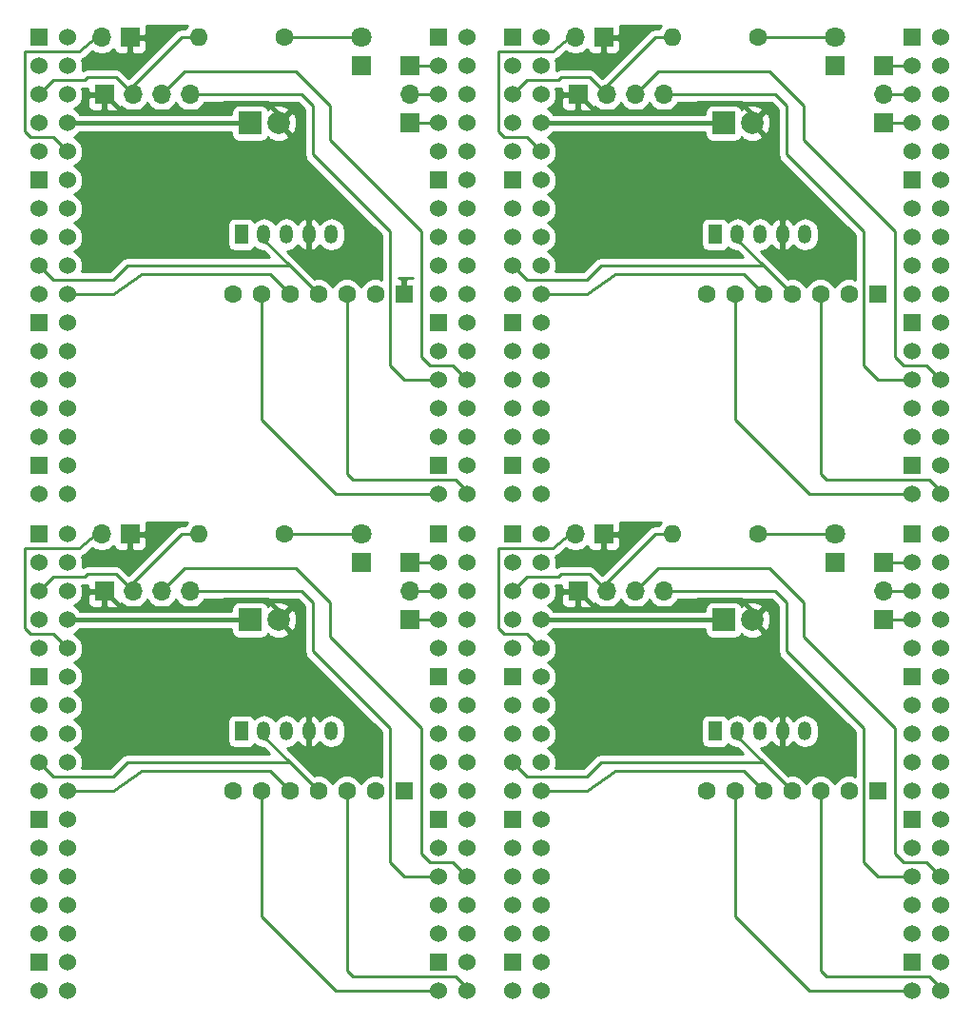
<source format=gtl>
G04 #@! TF.FileFunction,Copper,L1,Top,Signal*
%FSLAX46Y46*%
G04 Gerber Fmt 4.6, Leading zero omitted, Abs format (unit mm)*
G04 Created by KiCad (PCBNEW 4.0.7-e2-6376~58~ubuntu16.04.1) date Sat Apr 14 23:56:37 2018*
%MOMM*%
%LPD*%
G01*
G04 APERTURE LIST*
%ADD10C,0.100000*%
%ADD11R,1.200000X1.700000*%
%ADD12O,1.200000X1.700000*%
%ADD13R,1.700000X1.700000*%
%ADD14O,1.700000X1.700000*%
%ADD15C,1.600000*%
%ADD16O,1.600000X1.600000*%
%ADD17R,1.600000X1.600000*%
%ADD18R,1.800000X1.800000*%
%ADD19C,1.800000*%
%ADD20R,2.000000X2.000000*%
%ADD21C,2.000000*%
%ADD22C,1.524000*%
%ADD23R,1.524000X1.524000*%
%ADD24C,0.400000*%
%ADD25C,0.250000*%
%ADD26C,0.254000*%
G04 APERTURE END LIST*
D10*
D11*
X126746000Y-74422000D03*
D12*
X128746000Y-74422000D03*
X130746000Y-74422000D03*
X132746000Y-74422000D03*
X134746000Y-74422000D03*
D13*
X114554000Y-61976000D03*
D14*
X117094000Y-61976000D03*
X119634000Y-61976000D03*
X122174000Y-61976000D03*
D13*
X141732000Y-64516000D03*
X141732000Y-59436000D03*
D14*
X141732000Y-61976000D03*
D13*
X116840000Y-56896000D03*
D14*
X114300000Y-56896000D03*
D15*
X130556000Y-56896000D03*
D16*
X122936000Y-56896000D03*
D17*
X141224000Y-79756000D03*
D15*
X138684000Y-79756000D03*
X136144000Y-79756000D03*
X133604000Y-79756000D03*
X131064000Y-79756000D03*
X128524000Y-79756000D03*
X125984000Y-79756000D03*
D18*
X137414000Y-59436000D03*
D19*
X137414000Y-56896000D03*
D20*
X127508000Y-64516000D03*
D21*
X130048000Y-64516000D03*
D22*
X111252000Y-56896000D03*
D23*
X108712000Y-56896000D03*
D22*
X111252000Y-59436000D03*
X108712000Y-59436000D03*
X111252000Y-97536000D03*
X108712000Y-97536000D03*
X111252000Y-94996000D03*
D23*
X108712000Y-94996000D03*
D22*
X111252000Y-92456000D03*
X108712000Y-92456000D03*
X111252000Y-89916000D03*
X108712000Y-89916000D03*
X111252000Y-87376000D03*
X108712000Y-87376000D03*
X111252000Y-84836000D03*
X108712000Y-84836000D03*
X111252000Y-82296000D03*
D23*
X108712000Y-82296000D03*
D22*
X111252000Y-79756000D03*
X108712000Y-79756000D03*
X111252000Y-77216000D03*
X108712000Y-77216000D03*
X111252000Y-74676000D03*
X108712000Y-74676000D03*
X111252000Y-72136000D03*
X108712000Y-72136000D03*
X111252000Y-69596000D03*
D23*
X108712000Y-69596000D03*
D22*
X111252000Y-67056000D03*
X108712000Y-67056000D03*
X111252000Y-64516000D03*
X108712000Y-64516000D03*
X111252000Y-61976000D03*
X108712000Y-61976000D03*
X144272000Y-61976000D03*
X146812000Y-61976000D03*
X144272000Y-64516000D03*
X146812000Y-64516000D03*
X144272000Y-67056000D03*
X146812000Y-67056000D03*
D23*
X144272000Y-69596000D03*
D22*
X146812000Y-69596000D03*
X144272000Y-72136000D03*
X146812000Y-72136000D03*
X144272000Y-74676000D03*
X146812000Y-74676000D03*
X144272000Y-77216000D03*
X146812000Y-77216000D03*
X144272000Y-79756000D03*
X146812000Y-79756000D03*
D23*
X144272000Y-82296000D03*
D22*
X146812000Y-82296000D03*
X144272000Y-84836000D03*
X146812000Y-84836000D03*
X144272000Y-87376000D03*
X146812000Y-87376000D03*
X144272000Y-89916000D03*
X146812000Y-89916000D03*
X144272000Y-92456000D03*
X146812000Y-92456000D03*
D23*
X144272000Y-94996000D03*
D22*
X146812000Y-94996000D03*
X144272000Y-97536000D03*
X146812000Y-97536000D03*
X144272000Y-59436000D03*
X146812000Y-59436000D03*
D23*
X144272000Y-56896000D03*
D22*
X146812000Y-56896000D03*
X153416000Y-56896000D03*
D23*
X150876000Y-56896000D03*
D22*
X153416000Y-59436000D03*
X150876000Y-59436000D03*
X153416000Y-97536000D03*
X150876000Y-97536000D03*
X153416000Y-94996000D03*
D23*
X150876000Y-94996000D03*
D22*
X153416000Y-92456000D03*
X150876000Y-92456000D03*
X153416000Y-89916000D03*
X150876000Y-89916000D03*
X153416000Y-87376000D03*
X150876000Y-87376000D03*
X153416000Y-84836000D03*
X150876000Y-84836000D03*
X153416000Y-82296000D03*
D23*
X150876000Y-82296000D03*
D22*
X153416000Y-79756000D03*
X150876000Y-79756000D03*
X153416000Y-77216000D03*
X150876000Y-77216000D03*
X153416000Y-74676000D03*
X150876000Y-74676000D03*
X153416000Y-72136000D03*
X150876000Y-72136000D03*
X153416000Y-69596000D03*
D23*
X150876000Y-69596000D03*
D22*
X153416000Y-67056000D03*
X150876000Y-67056000D03*
X153416000Y-64516000D03*
X150876000Y-64516000D03*
X153416000Y-61976000D03*
X150876000Y-61976000D03*
X186436000Y-61976000D03*
X188976000Y-61976000D03*
X186436000Y-64516000D03*
X188976000Y-64516000D03*
X186436000Y-67056000D03*
X188976000Y-67056000D03*
D23*
X186436000Y-69596000D03*
D22*
X188976000Y-69596000D03*
X186436000Y-72136000D03*
X188976000Y-72136000D03*
X186436000Y-74676000D03*
X188976000Y-74676000D03*
X186436000Y-77216000D03*
X188976000Y-77216000D03*
X186436000Y-79756000D03*
X188976000Y-79756000D03*
D23*
X186436000Y-82296000D03*
D22*
X188976000Y-82296000D03*
X186436000Y-84836000D03*
X188976000Y-84836000D03*
X186436000Y-87376000D03*
X188976000Y-87376000D03*
X186436000Y-89916000D03*
X188976000Y-89916000D03*
X186436000Y-92456000D03*
X188976000Y-92456000D03*
D23*
X186436000Y-94996000D03*
D22*
X188976000Y-94996000D03*
X186436000Y-97536000D03*
X188976000Y-97536000D03*
X186436000Y-59436000D03*
X188976000Y-59436000D03*
D23*
X186436000Y-56896000D03*
D22*
X188976000Y-56896000D03*
D20*
X169672000Y-64516000D03*
D21*
X172212000Y-64516000D03*
D18*
X179578000Y-59436000D03*
D19*
X179578000Y-56896000D03*
D17*
X183388000Y-79756000D03*
D15*
X180848000Y-79756000D03*
X178308000Y-79756000D03*
X175768000Y-79756000D03*
X173228000Y-79756000D03*
X170688000Y-79756000D03*
X168148000Y-79756000D03*
X172720000Y-56896000D03*
D16*
X165100000Y-56896000D03*
D13*
X159004000Y-56896000D03*
D14*
X156464000Y-56896000D03*
D13*
X183896000Y-59436000D03*
D14*
X183896000Y-61976000D03*
D13*
X183896000Y-64516000D03*
X156718000Y-61976000D03*
D14*
X159258000Y-61976000D03*
X161798000Y-61976000D03*
X164338000Y-61976000D03*
D11*
X168910000Y-74422000D03*
D12*
X170910000Y-74422000D03*
X172910000Y-74422000D03*
X174910000Y-74422000D03*
X176910000Y-74422000D03*
D11*
X168910000Y-118618000D03*
D12*
X170910000Y-118618000D03*
X172910000Y-118618000D03*
X174910000Y-118618000D03*
X176910000Y-118618000D03*
D13*
X156718000Y-106172000D03*
D14*
X159258000Y-106172000D03*
X161798000Y-106172000D03*
X164338000Y-106172000D03*
D13*
X183896000Y-108712000D03*
X183896000Y-103632000D03*
D14*
X183896000Y-106172000D03*
D13*
X159004000Y-101092000D03*
D14*
X156464000Y-101092000D03*
D15*
X172720000Y-101092000D03*
D16*
X165100000Y-101092000D03*
D17*
X183388000Y-123952000D03*
D15*
X180848000Y-123952000D03*
X178308000Y-123952000D03*
X175768000Y-123952000D03*
X173228000Y-123952000D03*
X170688000Y-123952000D03*
X168148000Y-123952000D03*
D18*
X179578000Y-103632000D03*
D19*
X179578000Y-101092000D03*
D20*
X169672000Y-108712000D03*
D21*
X172212000Y-108712000D03*
D22*
X153416000Y-101092000D03*
D23*
X150876000Y-101092000D03*
D22*
X153416000Y-103632000D03*
X150876000Y-103632000D03*
X153416000Y-141732000D03*
X150876000Y-141732000D03*
X153416000Y-139192000D03*
D23*
X150876000Y-139192000D03*
D22*
X153416000Y-136652000D03*
X150876000Y-136652000D03*
X153416000Y-134112000D03*
X150876000Y-134112000D03*
X153416000Y-131572000D03*
X150876000Y-131572000D03*
X153416000Y-129032000D03*
X150876000Y-129032000D03*
X153416000Y-126492000D03*
D23*
X150876000Y-126492000D03*
D22*
X153416000Y-123952000D03*
X150876000Y-123952000D03*
X153416000Y-121412000D03*
X150876000Y-121412000D03*
X153416000Y-118872000D03*
X150876000Y-118872000D03*
X153416000Y-116332000D03*
X150876000Y-116332000D03*
X153416000Y-113792000D03*
D23*
X150876000Y-113792000D03*
D22*
X153416000Y-111252000D03*
X150876000Y-111252000D03*
X153416000Y-108712000D03*
X150876000Y-108712000D03*
X153416000Y-106172000D03*
X150876000Y-106172000D03*
X186436000Y-106172000D03*
X188976000Y-106172000D03*
X186436000Y-108712000D03*
X188976000Y-108712000D03*
X186436000Y-111252000D03*
X188976000Y-111252000D03*
D23*
X186436000Y-113792000D03*
D22*
X188976000Y-113792000D03*
X186436000Y-116332000D03*
X188976000Y-116332000D03*
X186436000Y-118872000D03*
X188976000Y-118872000D03*
X186436000Y-121412000D03*
X188976000Y-121412000D03*
X186436000Y-123952000D03*
X188976000Y-123952000D03*
D23*
X186436000Y-126492000D03*
D22*
X188976000Y-126492000D03*
X186436000Y-129032000D03*
X188976000Y-129032000D03*
X186436000Y-131572000D03*
X188976000Y-131572000D03*
X186436000Y-134112000D03*
X188976000Y-134112000D03*
X186436000Y-136652000D03*
X188976000Y-136652000D03*
D23*
X186436000Y-139192000D03*
D22*
X188976000Y-139192000D03*
X186436000Y-141732000D03*
X188976000Y-141732000D03*
X186436000Y-103632000D03*
X188976000Y-103632000D03*
D23*
X186436000Y-101092000D03*
D22*
X188976000Y-101092000D03*
X111252000Y-101092000D03*
D23*
X108712000Y-101092000D03*
D22*
X111252000Y-103632000D03*
X108712000Y-103632000D03*
X111252000Y-141732000D03*
X108712000Y-141732000D03*
X111252000Y-139192000D03*
D23*
X108712000Y-139192000D03*
D22*
X111252000Y-136652000D03*
X108712000Y-136652000D03*
X111252000Y-134112000D03*
X108712000Y-134112000D03*
X111252000Y-131572000D03*
X108712000Y-131572000D03*
X111252000Y-129032000D03*
X108712000Y-129032000D03*
X111252000Y-126492000D03*
D23*
X108712000Y-126492000D03*
D22*
X111252000Y-123952000D03*
X108712000Y-123952000D03*
X111252000Y-121412000D03*
X108712000Y-121412000D03*
X111252000Y-118872000D03*
X108712000Y-118872000D03*
X111252000Y-116332000D03*
X108712000Y-116332000D03*
X111252000Y-113792000D03*
D23*
X108712000Y-113792000D03*
D22*
X111252000Y-111252000D03*
X108712000Y-111252000D03*
X111252000Y-108712000D03*
X108712000Y-108712000D03*
X111252000Y-106172000D03*
X108712000Y-106172000D03*
X144272000Y-106172000D03*
X146812000Y-106172000D03*
X144272000Y-108712000D03*
X146812000Y-108712000D03*
X144272000Y-111252000D03*
X146812000Y-111252000D03*
D23*
X144272000Y-113792000D03*
D22*
X146812000Y-113792000D03*
X144272000Y-116332000D03*
X146812000Y-116332000D03*
X144272000Y-118872000D03*
X146812000Y-118872000D03*
X144272000Y-121412000D03*
X146812000Y-121412000D03*
X144272000Y-123952000D03*
X146812000Y-123952000D03*
D23*
X144272000Y-126492000D03*
D22*
X146812000Y-126492000D03*
X144272000Y-129032000D03*
X146812000Y-129032000D03*
X144272000Y-131572000D03*
X146812000Y-131572000D03*
X144272000Y-134112000D03*
X146812000Y-134112000D03*
X144272000Y-136652000D03*
X146812000Y-136652000D03*
D23*
X144272000Y-139192000D03*
D22*
X146812000Y-139192000D03*
X144272000Y-141732000D03*
X146812000Y-141732000D03*
X144272000Y-103632000D03*
X146812000Y-103632000D03*
D23*
X144272000Y-101092000D03*
D22*
X146812000Y-101092000D03*
D20*
X127508000Y-108712000D03*
D21*
X130048000Y-108712000D03*
D18*
X137414000Y-103632000D03*
D19*
X137414000Y-101092000D03*
D17*
X141224000Y-123952000D03*
D15*
X138684000Y-123952000D03*
X136144000Y-123952000D03*
X133604000Y-123952000D03*
X131064000Y-123952000D03*
X128524000Y-123952000D03*
X125984000Y-123952000D03*
X130556000Y-101092000D03*
D16*
X122936000Y-101092000D03*
D13*
X116840000Y-101092000D03*
D14*
X114300000Y-101092000D03*
D13*
X141732000Y-103632000D03*
D14*
X141732000Y-106172000D03*
D13*
X141732000Y-108712000D03*
X114554000Y-106172000D03*
D14*
X117094000Y-106172000D03*
X119634000Y-106172000D03*
X122174000Y-106172000D03*
D11*
X126746000Y-118618000D03*
D12*
X128746000Y-118618000D03*
X130746000Y-118618000D03*
X132746000Y-118618000D03*
X134746000Y-118618000D03*
D24*
X171196000Y-106934000D02*
X167386000Y-106934000D01*
X167386000Y-106934000D02*
X166624000Y-107696000D01*
X166624000Y-107696000D02*
X158242000Y-107696000D01*
X158242000Y-107696000D02*
X156718000Y-106172000D01*
X172212000Y-107950000D02*
X171196000Y-106934000D01*
D25*
X172212000Y-108712000D02*
X172212000Y-107950000D01*
D24*
X129032000Y-62738000D02*
X125222000Y-62738000D01*
X125222000Y-62738000D02*
X124460000Y-63500000D01*
X124460000Y-63500000D02*
X116078000Y-63500000D01*
X116078000Y-63500000D02*
X114554000Y-61976000D01*
X130048000Y-63754000D02*
X129032000Y-62738000D01*
D25*
X130048000Y-64516000D02*
X130048000Y-63754000D01*
X172212000Y-64516000D02*
X172212000Y-63754000D01*
D24*
X172212000Y-63754000D02*
X171196000Y-62738000D01*
X158242000Y-63500000D02*
X156718000Y-61976000D01*
X166624000Y-63500000D02*
X158242000Y-63500000D01*
X167386000Y-62738000D02*
X166624000Y-63500000D01*
X171196000Y-62738000D02*
X167386000Y-62738000D01*
D25*
X130048000Y-108712000D02*
X130048000Y-107950000D01*
D24*
X130048000Y-107950000D02*
X129032000Y-106934000D01*
X116078000Y-107696000D02*
X114554000Y-106172000D01*
X124460000Y-107696000D02*
X116078000Y-107696000D01*
X125222000Y-106934000D02*
X124460000Y-107696000D01*
X129032000Y-106934000D02*
X125222000Y-106934000D01*
D25*
X172720000Y-101092000D02*
X179578000Y-101092000D01*
X130556000Y-56896000D02*
X137414000Y-56896000D01*
X172720000Y-56896000D02*
X179578000Y-56896000D01*
X130556000Y-101092000D02*
X137414000Y-101092000D01*
X178308000Y-139954000D02*
X178308000Y-123952000D01*
X178816000Y-140462000D02*
X178308000Y-139954000D01*
X188976000Y-141732000D02*
X188976000Y-141478000D01*
X187960000Y-140462000D02*
X178816000Y-140462000D01*
X188976000Y-141478000D02*
X187960000Y-140462000D01*
X188976000Y-141732000D02*
X188976000Y-141478000D01*
X136144000Y-95758000D02*
X136144000Y-79756000D01*
X136652000Y-96266000D02*
X136144000Y-95758000D01*
X146812000Y-97536000D02*
X146812000Y-97282000D01*
X145796000Y-96266000D02*
X136652000Y-96266000D01*
X146812000Y-97282000D02*
X145796000Y-96266000D01*
X146812000Y-97536000D02*
X146812000Y-97282000D01*
X188976000Y-97536000D02*
X188976000Y-97282000D01*
X188976000Y-97282000D02*
X187960000Y-96266000D01*
X187960000Y-96266000D02*
X178816000Y-96266000D01*
X188976000Y-97536000D02*
X188976000Y-97282000D01*
X178816000Y-96266000D02*
X178308000Y-95758000D01*
X178308000Y-95758000D02*
X178308000Y-79756000D01*
X146812000Y-141732000D02*
X146812000Y-141478000D01*
X146812000Y-141478000D02*
X145796000Y-140462000D01*
X145796000Y-140462000D02*
X136652000Y-140462000D01*
X146812000Y-141732000D02*
X146812000Y-141478000D01*
X136652000Y-140462000D02*
X136144000Y-139954000D01*
X136144000Y-139954000D02*
X136144000Y-123952000D01*
X173228000Y-121412000D02*
X175768000Y-123952000D01*
X158750000Y-121412000D02*
X173228000Y-121412000D01*
X157480000Y-122682000D02*
X158750000Y-121412000D01*
X152146000Y-122682000D02*
X157480000Y-122682000D01*
X150876000Y-121412000D02*
X152146000Y-122682000D01*
X170910000Y-119094000D02*
X173228000Y-121412000D01*
X170910000Y-118618000D02*
X170910000Y-119094000D01*
X131064000Y-77216000D02*
X133604000Y-79756000D01*
X116586000Y-77216000D02*
X131064000Y-77216000D01*
X115316000Y-78486000D02*
X116586000Y-77216000D01*
X109982000Y-78486000D02*
X115316000Y-78486000D01*
X108712000Y-77216000D02*
X109982000Y-78486000D01*
X128746000Y-74898000D02*
X131064000Y-77216000D01*
X128746000Y-74422000D02*
X128746000Y-74898000D01*
X170910000Y-74422000D02*
X170910000Y-74898000D01*
X170910000Y-74898000D02*
X173228000Y-77216000D01*
X150876000Y-77216000D02*
X152146000Y-78486000D01*
X152146000Y-78486000D02*
X157480000Y-78486000D01*
X157480000Y-78486000D02*
X158750000Y-77216000D01*
X158750000Y-77216000D02*
X173228000Y-77216000D01*
X173228000Y-77216000D02*
X175768000Y-79756000D01*
X128746000Y-118618000D02*
X128746000Y-119094000D01*
X128746000Y-119094000D02*
X131064000Y-121412000D01*
X108712000Y-121412000D02*
X109982000Y-122682000D01*
X109982000Y-122682000D02*
X115316000Y-122682000D01*
X115316000Y-122682000D02*
X116586000Y-121412000D01*
X116586000Y-121412000D02*
X131064000Y-121412000D01*
X131064000Y-121412000D02*
X133604000Y-123952000D01*
X157480000Y-123952000D02*
X160020000Y-122174000D01*
X160020000Y-122174000D02*
X171450000Y-122174000D01*
X171450000Y-122174000D02*
X173228000Y-123952000D01*
X153416000Y-123952000D02*
X157480000Y-123952000D01*
X115316000Y-79756000D02*
X117856000Y-77978000D01*
X117856000Y-77978000D02*
X129286000Y-77978000D01*
X129286000Y-77978000D02*
X131064000Y-79756000D01*
X111252000Y-79756000D02*
X115316000Y-79756000D01*
X153416000Y-79756000D02*
X157480000Y-79756000D01*
X171450000Y-77978000D02*
X173228000Y-79756000D01*
X160020000Y-77978000D02*
X171450000Y-77978000D01*
X157480000Y-79756000D02*
X160020000Y-77978000D01*
X111252000Y-123952000D02*
X115316000Y-123952000D01*
X129286000Y-122174000D02*
X131064000Y-123952000D01*
X117856000Y-122174000D02*
X129286000Y-122174000D01*
X115316000Y-123952000D02*
X117856000Y-122174000D01*
X170688000Y-135128000D02*
X170688000Y-123952000D01*
X177292000Y-141732000D02*
X170688000Y-135128000D01*
X186436000Y-141732000D02*
X177292000Y-141732000D01*
X128524000Y-90932000D02*
X128524000Y-79756000D01*
X135128000Y-97536000D02*
X128524000Y-90932000D01*
X144272000Y-97536000D02*
X135128000Y-97536000D01*
X186436000Y-97536000D02*
X177292000Y-97536000D01*
X177292000Y-97536000D02*
X170688000Y-90932000D01*
X170688000Y-90932000D02*
X170688000Y-79756000D01*
X144272000Y-141732000D02*
X135128000Y-141732000D01*
X135128000Y-141732000D02*
X128524000Y-135128000D01*
X128524000Y-135128000D02*
X128524000Y-123952000D01*
X163576000Y-101092000D02*
X165100000Y-101092000D01*
X159258000Y-105410000D02*
X163576000Y-101092000D01*
X159258000Y-106172000D02*
X159258000Y-105410000D01*
X157734000Y-104648000D02*
X159258000Y-106172000D01*
X155194000Y-104648000D02*
X157734000Y-104648000D01*
X154940000Y-104902000D02*
X155194000Y-104648000D01*
X152146000Y-104902000D02*
X154940000Y-104902000D01*
X150876000Y-106172000D02*
X152146000Y-104902000D01*
X121412000Y-56896000D02*
X122936000Y-56896000D01*
X117094000Y-61214000D02*
X121412000Y-56896000D01*
X117094000Y-61976000D02*
X117094000Y-61214000D01*
X115570000Y-60452000D02*
X117094000Y-61976000D01*
X134874000Y-74550000D02*
X134746000Y-74422000D01*
X113030000Y-60452000D02*
X115570000Y-60452000D01*
X112776000Y-60706000D02*
X113030000Y-60452000D01*
X109982000Y-60706000D02*
X112776000Y-60706000D01*
X108712000Y-61976000D02*
X109982000Y-60706000D01*
X150876000Y-61976000D02*
X152146000Y-60706000D01*
X152146000Y-60706000D02*
X154940000Y-60706000D01*
X154940000Y-60706000D02*
X155194000Y-60452000D01*
X155194000Y-60452000D02*
X157734000Y-60452000D01*
X177038000Y-74550000D02*
X176910000Y-74422000D01*
X157734000Y-60452000D02*
X159258000Y-61976000D01*
X159258000Y-61976000D02*
X159258000Y-61214000D01*
X159258000Y-61214000D02*
X163576000Y-56896000D01*
X163576000Y-56896000D02*
X165100000Y-56896000D01*
X177038000Y-118746000D02*
X176910000Y-118618000D01*
X108712000Y-106172000D02*
X109982000Y-104902000D01*
X109982000Y-104902000D02*
X112776000Y-104902000D01*
X112776000Y-104902000D02*
X113030000Y-104648000D01*
X113030000Y-104648000D02*
X115570000Y-104648000D01*
X134874000Y-118746000D02*
X134746000Y-118618000D01*
X115570000Y-104648000D02*
X117094000Y-106172000D01*
X117094000Y-106172000D02*
X117094000Y-105410000D01*
X117094000Y-105410000D02*
X121412000Y-101092000D01*
X121412000Y-101092000D02*
X122936000Y-101092000D01*
X109982000Y-65786000D02*
X111252000Y-67056000D01*
X113792000Y-56896000D02*
X112268000Y-58166000D01*
X114300000Y-56896000D02*
X113792000Y-56896000D01*
X107950000Y-65786000D02*
X109982000Y-65786000D01*
X107442000Y-65278000D02*
X107950000Y-65786000D01*
X107442000Y-58420000D02*
X107442000Y-65278000D01*
X107442000Y-58166000D02*
X107442000Y-58420000D01*
X112268000Y-58166000D02*
X107442000Y-58166000D01*
X154432000Y-58166000D02*
X149606000Y-58166000D01*
X149606000Y-58166000D02*
X149606000Y-58420000D01*
X149606000Y-58420000D02*
X149606000Y-65278000D01*
X149606000Y-65278000D02*
X150114000Y-65786000D01*
X150114000Y-65786000D02*
X152146000Y-65786000D01*
X156464000Y-56896000D02*
X155956000Y-56896000D01*
X155956000Y-56896000D02*
X154432000Y-58166000D01*
X152146000Y-65786000D02*
X153416000Y-67056000D01*
X112268000Y-102362000D02*
X107442000Y-102362000D01*
X107442000Y-102362000D02*
X107442000Y-102616000D01*
X107442000Y-102616000D02*
X107442000Y-109474000D01*
X107442000Y-109474000D02*
X107950000Y-109982000D01*
X107950000Y-109982000D02*
X109982000Y-109982000D01*
X114300000Y-101092000D02*
X113792000Y-101092000D01*
X113792000Y-101092000D02*
X112268000Y-102362000D01*
X109982000Y-109982000D02*
X111252000Y-111252000D01*
X152146000Y-109982000D02*
X153416000Y-111252000D01*
X155956000Y-101092000D02*
X154432000Y-102362000D01*
X156464000Y-101092000D02*
X155956000Y-101092000D01*
X150114000Y-109982000D02*
X152146000Y-109982000D01*
X149606000Y-109474000D02*
X150114000Y-109982000D01*
X149606000Y-102616000D02*
X149606000Y-109474000D01*
X149606000Y-102362000D02*
X149606000Y-102616000D01*
X154432000Y-102362000D02*
X149606000Y-102362000D01*
D24*
X153416000Y-108712000D02*
X169672000Y-108712000D01*
X111252000Y-64516000D02*
X127508000Y-64516000D01*
X153416000Y-64516000D02*
X169672000Y-64516000D01*
X111252000Y-108712000D02*
X127508000Y-108712000D01*
D25*
X186436000Y-106172000D02*
X183896000Y-106172000D01*
X144272000Y-61976000D02*
X141732000Y-61976000D01*
X186436000Y-61976000D02*
X183896000Y-61976000D01*
X144272000Y-106172000D02*
X141732000Y-106172000D01*
X186436000Y-108712000D02*
X183896000Y-108712000D01*
X144272000Y-64516000D02*
X141732000Y-64516000D01*
X186436000Y-64516000D02*
X183896000Y-64516000D01*
X144272000Y-108712000D02*
X141732000Y-108712000D01*
X186436000Y-103632000D02*
X183896000Y-103632000D01*
X144272000Y-59436000D02*
X141732000Y-59436000D01*
X186436000Y-59436000D02*
X183896000Y-59436000D01*
X144272000Y-103632000D02*
X141732000Y-103632000D01*
X183388000Y-131572000D02*
X186436000Y-131572000D01*
X164338000Y-106172000D02*
X174244000Y-106172000D01*
X182118000Y-130302000D02*
X183388000Y-131572000D01*
X182118000Y-118364000D02*
X182118000Y-130302000D01*
X175260000Y-111506000D02*
X182118000Y-118364000D01*
X175260000Y-107188000D02*
X175260000Y-111506000D01*
X174244000Y-106172000D02*
X175260000Y-107188000D01*
X141224000Y-87376000D02*
X144272000Y-87376000D01*
X122174000Y-61976000D02*
X132080000Y-61976000D01*
X139954000Y-86106000D02*
X141224000Y-87376000D01*
X139954000Y-74168000D02*
X139954000Y-86106000D01*
X133096000Y-67310000D02*
X139954000Y-74168000D01*
X133096000Y-62992000D02*
X133096000Y-67310000D01*
X132080000Y-61976000D02*
X133096000Y-62992000D01*
X174244000Y-61976000D02*
X175260000Y-62992000D01*
X175260000Y-62992000D02*
X175260000Y-67310000D01*
X175260000Y-67310000D02*
X182118000Y-74168000D01*
X182118000Y-74168000D02*
X182118000Y-86106000D01*
X182118000Y-86106000D02*
X183388000Y-87376000D01*
X164338000Y-61976000D02*
X174244000Y-61976000D01*
X183388000Y-87376000D02*
X186436000Y-87376000D01*
X132080000Y-106172000D02*
X133096000Y-107188000D01*
X133096000Y-107188000D02*
X133096000Y-111506000D01*
X133096000Y-111506000D02*
X139954000Y-118364000D01*
X139954000Y-118364000D02*
X139954000Y-130302000D01*
X139954000Y-130302000D02*
X141224000Y-131572000D01*
X122174000Y-106172000D02*
X132080000Y-106172000D01*
X141224000Y-131572000D02*
X144272000Y-131572000D01*
X163830000Y-104140000D02*
X161798000Y-106172000D01*
X173736000Y-104140000D02*
X163830000Y-104140000D01*
X176784000Y-107188000D02*
X173736000Y-104140000D01*
X176784000Y-110236000D02*
X176784000Y-107188000D01*
X184912000Y-118364000D02*
X176784000Y-110236000D01*
X184912000Y-129540000D02*
X184912000Y-118364000D01*
X185674000Y-130302000D02*
X184912000Y-129540000D01*
X187706000Y-130302000D02*
X185674000Y-130302000D01*
X188976000Y-131572000D02*
X187706000Y-130302000D01*
X121666000Y-59944000D02*
X119634000Y-61976000D01*
X131572000Y-59944000D02*
X121666000Y-59944000D01*
X134620000Y-62992000D02*
X131572000Y-59944000D01*
X134620000Y-66040000D02*
X134620000Y-62992000D01*
X142748000Y-74168000D02*
X134620000Y-66040000D01*
X142748000Y-85344000D02*
X142748000Y-74168000D01*
X143510000Y-86106000D02*
X142748000Y-85344000D01*
X145542000Y-86106000D02*
X143510000Y-86106000D01*
X146812000Y-87376000D02*
X145542000Y-86106000D01*
X188976000Y-87376000D02*
X187706000Y-86106000D01*
X187706000Y-86106000D02*
X185674000Y-86106000D01*
X185674000Y-86106000D02*
X184912000Y-85344000D01*
X184912000Y-85344000D02*
X184912000Y-74168000D01*
X184912000Y-74168000D02*
X176784000Y-66040000D01*
X176784000Y-66040000D02*
X176784000Y-62992000D01*
X176784000Y-62992000D02*
X173736000Y-59944000D01*
X173736000Y-59944000D02*
X163830000Y-59944000D01*
X163830000Y-59944000D02*
X161798000Y-61976000D01*
X146812000Y-131572000D02*
X145542000Y-130302000D01*
X145542000Y-130302000D02*
X143510000Y-130302000D01*
X143510000Y-130302000D02*
X142748000Y-129540000D01*
X142748000Y-129540000D02*
X142748000Y-118364000D01*
X142748000Y-118364000D02*
X134620000Y-110236000D01*
X134620000Y-110236000D02*
X134620000Y-107188000D01*
X134620000Y-107188000D02*
X131572000Y-104140000D01*
X131572000Y-104140000D02*
X121666000Y-104140000D01*
X121666000Y-104140000D02*
X119634000Y-106172000D01*
D26*
G36*
X141351000Y-123825000D02*
X141371000Y-123825000D01*
X141371000Y-124079000D01*
X141351000Y-124079000D01*
X141351000Y-124099000D01*
X141097000Y-124099000D01*
X141097000Y-124079000D01*
X141077000Y-124079000D01*
X141077000Y-123825000D01*
X141097000Y-123825000D01*
X141097000Y-123805000D01*
X141351000Y-123805000D01*
X141351000Y-123825000D01*
X141351000Y-123825000D01*
G37*
X141351000Y-123825000D02*
X141371000Y-123825000D01*
X141371000Y-124079000D01*
X141351000Y-124079000D01*
X141351000Y-124099000D01*
X141097000Y-124099000D01*
X141097000Y-124079000D01*
X141077000Y-124079000D01*
X141077000Y-123825000D01*
X141097000Y-123825000D01*
X141097000Y-123805000D01*
X141351000Y-123805000D01*
X141351000Y-123825000D01*
G36*
X113069000Y-105886250D02*
X113227750Y-106045000D01*
X114427000Y-106045000D01*
X114427000Y-106025000D01*
X114681000Y-106025000D01*
X114681000Y-106045000D01*
X114701000Y-106045000D01*
X114701000Y-106299000D01*
X114681000Y-106299000D01*
X114681000Y-107498250D01*
X114839750Y-107657000D01*
X115530310Y-107657000D01*
X115763699Y-107560327D01*
X115942327Y-107381698D01*
X116014597Y-107207223D01*
X116043946Y-107251147D01*
X116525715Y-107573054D01*
X117094000Y-107686093D01*
X117662285Y-107573054D01*
X118144054Y-107251147D01*
X118364000Y-106921974D01*
X118583946Y-107251147D01*
X119065715Y-107573054D01*
X119634000Y-107686093D01*
X120202285Y-107573054D01*
X120684054Y-107251147D01*
X120904000Y-106921974D01*
X121123946Y-107251147D01*
X121605715Y-107573054D01*
X122174000Y-107686093D01*
X122742285Y-107573054D01*
X123224054Y-107251147D01*
X123437301Y-106932000D01*
X131765198Y-106932000D01*
X132336000Y-107502802D01*
X132336000Y-111506000D01*
X132393852Y-111796839D01*
X132558599Y-112043401D01*
X139194000Y-118678802D01*
X139194000Y-122609976D01*
X138970691Y-122517250D01*
X138399813Y-122516752D01*
X137872200Y-122734757D01*
X137468176Y-123138077D01*
X137414138Y-123268215D01*
X137361243Y-123140200D01*
X136957923Y-122736176D01*
X136430691Y-122517250D01*
X135859813Y-122516752D01*
X135332200Y-122734757D01*
X134928176Y-123138077D01*
X134874138Y-123268215D01*
X134821243Y-123140200D01*
X134417923Y-122736176D01*
X133890691Y-122517250D01*
X133319813Y-122516752D01*
X133265851Y-122539049D01*
X130840164Y-120113362D01*
X131218614Y-120038084D01*
X131619277Y-119770370D01*
X131748410Y-119577109D01*
X131916875Y-119799933D01*
X132336624Y-120046286D01*
X132428391Y-120061462D01*
X132619000Y-119936731D01*
X132619000Y-118745000D01*
X132599000Y-118745000D01*
X132599000Y-118491000D01*
X132619000Y-118491000D01*
X132619000Y-117299269D01*
X132873000Y-117299269D01*
X132873000Y-118491000D01*
X132893000Y-118491000D01*
X132893000Y-118745000D01*
X132873000Y-118745000D01*
X132873000Y-119936731D01*
X133063609Y-120061462D01*
X133155376Y-120046286D01*
X133575125Y-119799933D01*
X133743590Y-119577109D01*
X133872723Y-119770370D01*
X134273386Y-120038084D01*
X134746000Y-120132093D01*
X135218614Y-120038084D01*
X135619277Y-119770370D01*
X135886991Y-119369707D01*
X135981000Y-118897093D01*
X135981000Y-118338907D01*
X135886991Y-117866293D01*
X135619277Y-117465630D01*
X135218614Y-117197916D01*
X134746000Y-117103907D01*
X134273386Y-117197916D01*
X133872723Y-117465630D01*
X133743590Y-117658891D01*
X133575125Y-117436067D01*
X133155376Y-117189714D01*
X133063609Y-117174538D01*
X132873000Y-117299269D01*
X132619000Y-117299269D01*
X132428391Y-117174538D01*
X132336624Y-117189714D01*
X131916875Y-117436067D01*
X131748410Y-117658891D01*
X131619277Y-117465630D01*
X131218614Y-117197916D01*
X130746000Y-117103907D01*
X130273386Y-117197916D01*
X129872723Y-117465630D01*
X129746000Y-117655285D01*
X129619277Y-117465630D01*
X129218614Y-117197916D01*
X128746000Y-117103907D01*
X128273386Y-117197916D01*
X127896004Y-117450074D01*
X127810090Y-117316559D01*
X127597890Y-117171569D01*
X127346000Y-117120560D01*
X126146000Y-117120560D01*
X125910683Y-117164838D01*
X125694559Y-117303910D01*
X125549569Y-117516110D01*
X125498560Y-117768000D01*
X125498560Y-119468000D01*
X125542838Y-119703317D01*
X125681910Y-119919441D01*
X125894110Y-120064431D01*
X126146000Y-120115440D01*
X127346000Y-120115440D01*
X127581317Y-120071162D01*
X127797441Y-119932090D01*
X127896901Y-119786525D01*
X128273386Y-120038084D01*
X128700176Y-120122978D01*
X129229198Y-120652000D01*
X116586000Y-120652000D01*
X116295160Y-120709852D01*
X116048599Y-120874599D01*
X115001198Y-121922000D01*
X112552879Y-121922000D01*
X112648757Y-121691100D01*
X112649242Y-121135339D01*
X112437010Y-120621697D01*
X112044370Y-120228371D01*
X111836488Y-120142051D01*
X112042303Y-120057010D01*
X112435629Y-119664370D01*
X112648757Y-119151100D01*
X112649242Y-118595339D01*
X112437010Y-118081697D01*
X112044370Y-117688371D01*
X111836488Y-117602051D01*
X112042303Y-117517010D01*
X112435629Y-117124370D01*
X112648757Y-116611100D01*
X112649242Y-116055339D01*
X112437010Y-115541697D01*
X112044370Y-115148371D01*
X111836488Y-115062051D01*
X112042303Y-114977010D01*
X112435629Y-114584370D01*
X112648757Y-114071100D01*
X112649242Y-113515339D01*
X112437010Y-113001697D01*
X112044370Y-112608371D01*
X111836488Y-112522051D01*
X112042303Y-112437010D01*
X112435629Y-112044370D01*
X112648757Y-111531100D01*
X112649242Y-110975339D01*
X112437010Y-110461697D01*
X112044370Y-110068371D01*
X111836488Y-109982051D01*
X112042303Y-109897010D01*
X112392925Y-109547000D01*
X125860560Y-109547000D01*
X125860560Y-109712000D01*
X125904838Y-109947317D01*
X126043910Y-110163441D01*
X126256110Y-110308431D01*
X126508000Y-110359440D01*
X128508000Y-110359440D01*
X128743317Y-110315162D01*
X128959441Y-110176090D01*
X129104431Y-109963890D01*
X129107042Y-109950998D01*
X129173736Y-110131387D01*
X129783461Y-110357908D01*
X130433460Y-110333856D01*
X130922264Y-110131387D01*
X131020927Y-109864532D01*
X130048000Y-108891605D01*
X130033858Y-108905748D01*
X129854253Y-108726143D01*
X129868395Y-108712000D01*
X130227605Y-108712000D01*
X131200532Y-109684927D01*
X131467387Y-109586264D01*
X131693908Y-108976539D01*
X131669856Y-108326540D01*
X131467387Y-107837736D01*
X131200532Y-107739073D01*
X130227605Y-108712000D01*
X129868395Y-108712000D01*
X129854253Y-108697858D01*
X130033858Y-108518253D01*
X130048000Y-108532395D01*
X131020927Y-107559468D01*
X130922264Y-107292613D01*
X130312539Y-107066092D01*
X129662540Y-107090144D01*
X129173736Y-107292613D01*
X129107681Y-107471273D01*
X128972090Y-107260559D01*
X128759890Y-107115569D01*
X128508000Y-107064560D01*
X126508000Y-107064560D01*
X126272683Y-107108838D01*
X126056559Y-107247910D01*
X125911569Y-107460110D01*
X125860560Y-107712000D01*
X125860560Y-107877000D01*
X112392391Y-107877000D01*
X112044370Y-107528371D01*
X111836488Y-107442051D01*
X112042303Y-107357010D01*
X112435629Y-106964370D01*
X112645995Y-106457750D01*
X113069000Y-106457750D01*
X113069000Y-107148309D01*
X113165673Y-107381698D01*
X113344301Y-107560327D01*
X113577690Y-107657000D01*
X114268250Y-107657000D01*
X114427000Y-107498250D01*
X114427000Y-106299000D01*
X113227750Y-106299000D01*
X113069000Y-106457750D01*
X112645995Y-106457750D01*
X112648757Y-106451100D01*
X112649242Y-105895339D01*
X112552829Y-105662000D01*
X112776000Y-105662000D01*
X113066839Y-105604148D01*
X113069000Y-105602704D01*
X113069000Y-105886250D01*
X113069000Y-105886250D01*
G37*
X113069000Y-105886250D02*
X113227750Y-106045000D01*
X114427000Y-106045000D01*
X114427000Y-106025000D01*
X114681000Y-106025000D01*
X114681000Y-106045000D01*
X114701000Y-106045000D01*
X114701000Y-106299000D01*
X114681000Y-106299000D01*
X114681000Y-107498250D01*
X114839750Y-107657000D01*
X115530310Y-107657000D01*
X115763699Y-107560327D01*
X115942327Y-107381698D01*
X116014597Y-107207223D01*
X116043946Y-107251147D01*
X116525715Y-107573054D01*
X117094000Y-107686093D01*
X117662285Y-107573054D01*
X118144054Y-107251147D01*
X118364000Y-106921974D01*
X118583946Y-107251147D01*
X119065715Y-107573054D01*
X119634000Y-107686093D01*
X120202285Y-107573054D01*
X120684054Y-107251147D01*
X120904000Y-106921974D01*
X121123946Y-107251147D01*
X121605715Y-107573054D01*
X122174000Y-107686093D01*
X122742285Y-107573054D01*
X123224054Y-107251147D01*
X123437301Y-106932000D01*
X131765198Y-106932000D01*
X132336000Y-107502802D01*
X132336000Y-111506000D01*
X132393852Y-111796839D01*
X132558599Y-112043401D01*
X139194000Y-118678802D01*
X139194000Y-122609976D01*
X138970691Y-122517250D01*
X138399813Y-122516752D01*
X137872200Y-122734757D01*
X137468176Y-123138077D01*
X137414138Y-123268215D01*
X137361243Y-123140200D01*
X136957923Y-122736176D01*
X136430691Y-122517250D01*
X135859813Y-122516752D01*
X135332200Y-122734757D01*
X134928176Y-123138077D01*
X134874138Y-123268215D01*
X134821243Y-123140200D01*
X134417923Y-122736176D01*
X133890691Y-122517250D01*
X133319813Y-122516752D01*
X133265851Y-122539049D01*
X130840164Y-120113362D01*
X131218614Y-120038084D01*
X131619277Y-119770370D01*
X131748410Y-119577109D01*
X131916875Y-119799933D01*
X132336624Y-120046286D01*
X132428391Y-120061462D01*
X132619000Y-119936731D01*
X132619000Y-118745000D01*
X132599000Y-118745000D01*
X132599000Y-118491000D01*
X132619000Y-118491000D01*
X132619000Y-117299269D01*
X132873000Y-117299269D01*
X132873000Y-118491000D01*
X132893000Y-118491000D01*
X132893000Y-118745000D01*
X132873000Y-118745000D01*
X132873000Y-119936731D01*
X133063609Y-120061462D01*
X133155376Y-120046286D01*
X133575125Y-119799933D01*
X133743590Y-119577109D01*
X133872723Y-119770370D01*
X134273386Y-120038084D01*
X134746000Y-120132093D01*
X135218614Y-120038084D01*
X135619277Y-119770370D01*
X135886991Y-119369707D01*
X135981000Y-118897093D01*
X135981000Y-118338907D01*
X135886991Y-117866293D01*
X135619277Y-117465630D01*
X135218614Y-117197916D01*
X134746000Y-117103907D01*
X134273386Y-117197916D01*
X133872723Y-117465630D01*
X133743590Y-117658891D01*
X133575125Y-117436067D01*
X133155376Y-117189714D01*
X133063609Y-117174538D01*
X132873000Y-117299269D01*
X132619000Y-117299269D01*
X132428391Y-117174538D01*
X132336624Y-117189714D01*
X131916875Y-117436067D01*
X131748410Y-117658891D01*
X131619277Y-117465630D01*
X131218614Y-117197916D01*
X130746000Y-117103907D01*
X130273386Y-117197916D01*
X129872723Y-117465630D01*
X129746000Y-117655285D01*
X129619277Y-117465630D01*
X129218614Y-117197916D01*
X128746000Y-117103907D01*
X128273386Y-117197916D01*
X127896004Y-117450074D01*
X127810090Y-117316559D01*
X127597890Y-117171569D01*
X127346000Y-117120560D01*
X126146000Y-117120560D01*
X125910683Y-117164838D01*
X125694559Y-117303910D01*
X125549569Y-117516110D01*
X125498560Y-117768000D01*
X125498560Y-119468000D01*
X125542838Y-119703317D01*
X125681910Y-119919441D01*
X125894110Y-120064431D01*
X126146000Y-120115440D01*
X127346000Y-120115440D01*
X127581317Y-120071162D01*
X127797441Y-119932090D01*
X127896901Y-119786525D01*
X128273386Y-120038084D01*
X128700176Y-120122978D01*
X129229198Y-120652000D01*
X116586000Y-120652000D01*
X116295160Y-120709852D01*
X116048599Y-120874599D01*
X115001198Y-121922000D01*
X112552879Y-121922000D01*
X112648757Y-121691100D01*
X112649242Y-121135339D01*
X112437010Y-120621697D01*
X112044370Y-120228371D01*
X111836488Y-120142051D01*
X112042303Y-120057010D01*
X112435629Y-119664370D01*
X112648757Y-119151100D01*
X112649242Y-118595339D01*
X112437010Y-118081697D01*
X112044370Y-117688371D01*
X111836488Y-117602051D01*
X112042303Y-117517010D01*
X112435629Y-117124370D01*
X112648757Y-116611100D01*
X112649242Y-116055339D01*
X112437010Y-115541697D01*
X112044370Y-115148371D01*
X111836488Y-115062051D01*
X112042303Y-114977010D01*
X112435629Y-114584370D01*
X112648757Y-114071100D01*
X112649242Y-113515339D01*
X112437010Y-113001697D01*
X112044370Y-112608371D01*
X111836488Y-112522051D01*
X112042303Y-112437010D01*
X112435629Y-112044370D01*
X112648757Y-111531100D01*
X112649242Y-110975339D01*
X112437010Y-110461697D01*
X112044370Y-110068371D01*
X111836488Y-109982051D01*
X112042303Y-109897010D01*
X112392925Y-109547000D01*
X125860560Y-109547000D01*
X125860560Y-109712000D01*
X125904838Y-109947317D01*
X126043910Y-110163441D01*
X126256110Y-110308431D01*
X126508000Y-110359440D01*
X128508000Y-110359440D01*
X128743317Y-110315162D01*
X128959441Y-110176090D01*
X129104431Y-109963890D01*
X129107042Y-109950998D01*
X129173736Y-110131387D01*
X129783461Y-110357908D01*
X130433460Y-110333856D01*
X130922264Y-110131387D01*
X131020927Y-109864532D01*
X130048000Y-108891605D01*
X130033858Y-108905748D01*
X129854253Y-108726143D01*
X129868395Y-108712000D01*
X130227605Y-108712000D01*
X131200532Y-109684927D01*
X131467387Y-109586264D01*
X131693908Y-108976539D01*
X131669856Y-108326540D01*
X131467387Y-107837736D01*
X131200532Y-107739073D01*
X130227605Y-108712000D01*
X129868395Y-108712000D01*
X129854253Y-108697858D01*
X130033858Y-108518253D01*
X130048000Y-108532395D01*
X131020927Y-107559468D01*
X130922264Y-107292613D01*
X130312539Y-107066092D01*
X129662540Y-107090144D01*
X129173736Y-107292613D01*
X129107681Y-107471273D01*
X128972090Y-107260559D01*
X128759890Y-107115569D01*
X128508000Y-107064560D01*
X126508000Y-107064560D01*
X126272683Y-107108838D01*
X126056559Y-107247910D01*
X125911569Y-107460110D01*
X125860560Y-107712000D01*
X125860560Y-107877000D01*
X112392391Y-107877000D01*
X112044370Y-107528371D01*
X111836488Y-107442051D01*
X112042303Y-107357010D01*
X112435629Y-106964370D01*
X112645995Y-106457750D01*
X113069000Y-106457750D01*
X113069000Y-107148309D01*
X113165673Y-107381698D01*
X113344301Y-107560327D01*
X113577690Y-107657000D01*
X114268250Y-107657000D01*
X114427000Y-107498250D01*
X114427000Y-106299000D01*
X113227750Y-106299000D01*
X113069000Y-106457750D01*
X112645995Y-106457750D01*
X112648757Y-106451100D01*
X112649242Y-105895339D01*
X112552829Y-105662000D01*
X112776000Y-105662000D01*
X113066839Y-105604148D01*
X113069000Y-105602704D01*
X113069000Y-105886250D01*
G36*
X121893189Y-100077302D02*
X121723005Y-100332000D01*
X121412000Y-100332000D01*
X121121161Y-100389852D01*
X120874599Y-100554599D01*
X116713000Y-104716198D01*
X116107401Y-104110599D01*
X115860839Y-103945852D01*
X115570000Y-103888000D01*
X113030000Y-103888000D01*
X112739160Y-103945852D01*
X112594072Y-104042797D01*
X112648757Y-103911100D01*
X112649242Y-103355339D01*
X112531197Y-103069646D01*
X112558839Y-103064148D01*
X112654005Y-103000560D01*
X112754540Y-102945848D01*
X113490945Y-102332177D01*
X113731715Y-102493054D01*
X114300000Y-102606093D01*
X114868285Y-102493054D01*
X115350054Y-102171147D01*
X115379403Y-102127223D01*
X115451673Y-102301698D01*
X115630301Y-102480327D01*
X115863690Y-102577000D01*
X116554250Y-102577000D01*
X116713000Y-102418250D01*
X116713000Y-101219000D01*
X116967000Y-101219000D01*
X116967000Y-102418250D01*
X117125750Y-102577000D01*
X117816310Y-102577000D01*
X118049699Y-102480327D01*
X118228327Y-102301698D01*
X118325000Y-102068309D01*
X118325000Y-101377750D01*
X118166250Y-101219000D01*
X116967000Y-101219000D01*
X116713000Y-101219000D01*
X116693000Y-101219000D01*
X116693000Y-100965000D01*
X116713000Y-100965000D01*
X116713000Y-100945000D01*
X116967000Y-100945000D01*
X116967000Y-100965000D01*
X118166250Y-100965000D01*
X118325000Y-100806250D01*
X118325000Y-100115691D01*
X118287020Y-100024000D01*
X121972961Y-100024000D01*
X121893189Y-100077302D01*
X121893189Y-100077302D01*
G37*
X121893189Y-100077302D02*
X121723005Y-100332000D01*
X121412000Y-100332000D01*
X121121161Y-100389852D01*
X120874599Y-100554599D01*
X116713000Y-104716198D01*
X116107401Y-104110599D01*
X115860839Y-103945852D01*
X115570000Y-103888000D01*
X113030000Y-103888000D01*
X112739160Y-103945852D01*
X112594072Y-104042797D01*
X112648757Y-103911100D01*
X112649242Y-103355339D01*
X112531197Y-103069646D01*
X112558839Y-103064148D01*
X112654005Y-103000560D01*
X112754540Y-102945848D01*
X113490945Y-102332177D01*
X113731715Y-102493054D01*
X114300000Y-102606093D01*
X114868285Y-102493054D01*
X115350054Y-102171147D01*
X115379403Y-102127223D01*
X115451673Y-102301698D01*
X115630301Y-102480327D01*
X115863690Y-102577000D01*
X116554250Y-102577000D01*
X116713000Y-102418250D01*
X116713000Y-101219000D01*
X116967000Y-101219000D01*
X116967000Y-102418250D01*
X117125750Y-102577000D01*
X117816310Y-102577000D01*
X118049699Y-102480327D01*
X118228327Y-102301698D01*
X118325000Y-102068309D01*
X118325000Y-101377750D01*
X118166250Y-101219000D01*
X116967000Y-101219000D01*
X116713000Y-101219000D01*
X116693000Y-101219000D01*
X116693000Y-100965000D01*
X116713000Y-100965000D01*
X116713000Y-100945000D01*
X116967000Y-100945000D01*
X116967000Y-100965000D01*
X118166250Y-100965000D01*
X118325000Y-100806250D01*
X118325000Y-100115691D01*
X118287020Y-100024000D01*
X121972961Y-100024000D01*
X121893189Y-100077302D01*
G36*
X108839000Y-100965000D02*
X108859000Y-100965000D01*
X108859000Y-101219000D01*
X108839000Y-101219000D01*
X108839000Y-101239000D01*
X108585000Y-101239000D01*
X108585000Y-101219000D01*
X108565000Y-101219000D01*
X108565000Y-100965000D01*
X108585000Y-100965000D01*
X108585000Y-100945000D01*
X108839000Y-100945000D01*
X108839000Y-100965000D01*
X108839000Y-100965000D01*
G37*
X108839000Y-100965000D02*
X108859000Y-100965000D01*
X108859000Y-101219000D01*
X108839000Y-101219000D01*
X108839000Y-101239000D01*
X108585000Y-101239000D01*
X108585000Y-101219000D01*
X108565000Y-101219000D01*
X108565000Y-100965000D01*
X108585000Y-100965000D01*
X108585000Y-100945000D01*
X108839000Y-100945000D01*
X108839000Y-100965000D01*
G36*
X183515000Y-123825000D02*
X183535000Y-123825000D01*
X183535000Y-124079000D01*
X183515000Y-124079000D01*
X183515000Y-124099000D01*
X183261000Y-124099000D01*
X183261000Y-124079000D01*
X183241000Y-124079000D01*
X183241000Y-123825000D01*
X183261000Y-123825000D01*
X183261000Y-123805000D01*
X183515000Y-123805000D01*
X183515000Y-123825000D01*
X183515000Y-123825000D01*
G37*
X183515000Y-123825000D02*
X183535000Y-123825000D01*
X183535000Y-124079000D01*
X183515000Y-124079000D01*
X183515000Y-124099000D01*
X183261000Y-124099000D01*
X183261000Y-124079000D01*
X183241000Y-124079000D01*
X183241000Y-123825000D01*
X183261000Y-123825000D01*
X183261000Y-123805000D01*
X183515000Y-123805000D01*
X183515000Y-123825000D01*
G36*
X155233000Y-105886250D02*
X155391750Y-106045000D01*
X156591000Y-106045000D01*
X156591000Y-106025000D01*
X156845000Y-106025000D01*
X156845000Y-106045000D01*
X156865000Y-106045000D01*
X156865000Y-106299000D01*
X156845000Y-106299000D01*
X156845000Y-107498250D01*
X157003750Y-107657000D01*
X157694310Y-107657000D01*
X157927699Y-107560327D01*
X158106327Y-107381698D01*
X158178597Y-107207223D01*
X158207946Y-107251147D01*
X158689715Y-107573054D01*
X159258000Y-107686093D01*
X159826285Y-107573054D01*
X160308054Y-107251147D01*
X160528000Y-106921974D01*
X160747946Y-107251147D01*
X161229715Y-107573054D01*
X161798000Y-107686093D01*
X162366285Y-107573054D01*
X162848054Y-107251147D01*
X163068000Y-106921974D01*
X163287946Y-107251147D01*
X163769715Y-107573054D01*
X164338000Y-107686093D01*
X164906285Y-107573054D01*
X165388054Y-107251147D01*
X165601301Y-106932000D01*
X173929198Y-106932000D01*
X174500000Y-107502802D01*
X174500000Y-111506000D01*
X174557852Y-111796839D01*
X174722599Y-112043401D01*
X181358000Y-118678802D01*
X181358000Y-122609976D01*
X181134691Y-122517250D01*
X180563813Y-122516752D01*
X180036200Y-122734757D01*
X179632176Y-123138077D01*
X179578138Y-123268215D01*
X179525243Y-123140200D01*
X179121923Y-122736176D01*
X178594691Y-122517250D01*
X178023813Y-122516752D01*
X177496200Y-122734757D01*
X177092176Y-123138077D01*
X177038138Y-123268215D01*
X176985243Y-123140200D01*
X176581923Y-122736176D01*
X176054691Y-122517250D01*
X175483813Y-122516752D01*
X175429851Y-122539049D01*
X173004164Y-120113362D01*
X173382614Y-120038084D01*
X173783277Y-119770370D01*
X173912410Y-119577109D01*
X174080875Y-119799933D01*
X174500624Y-120046286D01*
X174592391Y-120061462D01*
X174783000Y-119936731D01*
X174783000Y-118745000D01*
X174763000Y-118745000D01*
X174763000Y-118491000D01*
X174783000Y-118491000D01*
X174783000Y-117299269D01*
X175037000Y-117299269D01*
X175037000Y-118491000D01*
X175057000Y-118491000D01*
X175057000Y-118745000D01*
X175037000Y-118745000D01*
X175037000Y-119936731D01*
X175227609Y-120061462D01*
X175319376Y-120046286D01*
X175739125Y-119799933D01*
X175907590Y-119577109D01*
X176036723Y-119770370D01*
X176437386Y-120038084D01*
X176910000Y-120132093D01*
X177382614Y-120038084D01*
X177783277Y-119770370D01*
X178050991Y-119369707D01*
X178145000Y-118897093D01*
X178145000Y-118338907D01*
X178050991Y-117866293D01*
X177783277Y-117465630D01*
X177382614Y-117197916D01*
X176910000Y-117103907D01*
X176437386Y-117197916D01*
X176036723Y-117465630D01*
X175907590Y-117658891D01*
X175739125Y-117436067D01*
X175319376Y-117189714D01*
X175227609Y-117174538D01*
X175037000Y-117299269D01*
X174783000Y-117299269D01*
X174592391Y-117174538D01*
X174500624Y-117189714D01*
X174080875Y-117436067D01*
X173912410Y-117658891D01*
X173783277Y-117465630D01*
X173382614Y-117197916D01*
X172910000Y-117103907D01*
X172437386Y-117197916D01*
X172036723Y-117465630D01*
X171910000Y-117655285D01*
X171783277Y-117465630D01*
X171382614Y-117197916D01*
X170910000Y-117103907D01*
X170437386Y-117197916D01*
X170060004Y-117450074D01*
X169974090Y-117316559D01*
X169761890Y-117171569D01*
X169510000Y-117120560D01*
X168310000Y-117120560D01*
X168074683Y-117164838D01*
X167858559Y-117303910D01*
X167713569Y-117516110D01*
X167662560Y-117768000D01*
X167662560Y-119468000D01*
X167706838Y-119703317D01*
X167845910Y-119919441D01*
X168058110Y-120064431D01*
X168310000Y-120115440D01*
X169510000Y-120115440D01*
X169745317Y-120071162D01*
X169961441Y-119932090D01*
X170060901Y-119786525D01*
X170437386Y-120038084D01*
X170864176Y-120122978D01*
X171393198Y-120652000D01*
X158750000Y-120652000D01*
X158459160Y-120709852D01*
X158212599Y-120874599D01*
X157165198Y-121922000D01*
X154716879Y-121922000D01*
X154812757Y-121691100D01*
X154813242Y-121135339D01*
X154601010Y-120621697D01*
X154208370Y-120228371D01*
X154000488Y-120142051D01*
X154206303Y-120057010D01*
X154599629Y-119664370D01*
X154812757Y-119151100D01*
X154813242Y-118595339D01*
X154601010Y-118081697D01*
X154208370Y-117688371D01*
X154000488Y-117602051D01*
X154206303Y-117517010D01*
X154599629Y-117124370D01*
X154812757Y-116611100D01*
X154813242Y-116055339D01*
X154601010Y-115541697D01*
X154208370Y-115148371D01*
X154000488Y-115062051D01*
X154206303Y-114977010D01*
X154599629Y-114584370D01*
X154812757Y-114071100D01*
X154813242Y-113515339D01*
X154601010Y-113001697D01*
X154208370Y-112608371D01*
X154000488Y-112522051D01*
X154206303Y-112437010D01*
X154599629Y-112044370D01*
X154812757Y-111531100D01*
X154813242Y-110975339D01*
X154601010Y-110461697D01*
X154208370Y-110068371D01*
X154000488Y-109982051D01*
X154206303Y-109897010D01*
X154556925Y-109547000D01*
X168024560Y-109547000D01*
X168024560Y-109712000D01*
X168068838Y-109947317D01*
X168207910Y-110163441D01*
X168420110Y-110308431D01*
X168672000Y-110359440D01*
X170672000Y-110359440D01*
X170907317Y-110315162D01*
X171123441Y-110176090D01*
X171268431Y-109963890D01*
X171271042Y-109950998D01*
X171337736Y-110131387D01*
X171947461Y-110357908D01*
X172597460Y-110333856D01*
X173086264Y-110131387D01*
X173184927Y-109864532D01*
X172212000Y-108891605D01*
X172197858Y-108905748D01*
X172018253Y-108726143D01*
X172032395Y-108712000D01*
X172391605Y-108712000D01*
X173364532Y-109684927D01*
X173631387Y-109586264D01*
X173857908Y-108976539D01*
X173833856Y-108326540D01*
X173631387Y-107837736D01*
X173364532Y-107739073D01*
X172391605Y-108712000D01*
X172032395Y-108712000D01*
X172018253Y-108697858D01*
X172197858Y-108518253D01*
X172212000Y-108532395D01*
X173184927Y-107559468D01*
X173086264Y-107292613D01*
X172476539Y-107066092D01*
X171826540Y-107090144D01*
X171337736Y-107292613D01*
X171271681Y-107471273D01*
X171136090Y-107260559D01*
X170923890Y-107115569D01*
X170672000Y-107064560D01*
X168672000Y-107064560D01*
X168436683Y-107108838D01*
X168220559Y-107247910D01*
X168075569Y-107460110D01*
X168024560Y-107712000D01*
X168024560Y-107877000D01*
X154556391Y-107877000D01*
X154208370Y-107528371D01*
X154000488Y-107442051D01*
X154206303Y-107357010D01*
X154599629Y-106964370D01*
X154809995Y-106457750D01*
X155233000Y-106457750D01*
X155233000Y-107148309D01*
X155329673Y-107381698D01*
X155508301Y-107560327D01*
X155741690Y-107657000D01*
X156432250Y-107657000D01*
X156591000Y-107498250D01*
X156591000Y-106299000D01*
X155391750Y-106299000D01*
X155233000Y-106457750D01*
X154809995Y-106457750D01*
X154812757Y-106451100D01*
X154813242Y-105895339D01*
X154716829Y-105662000D01*
X154940000Y-105662000D01*
X155230839Y-105604148D01*
X155233000Y-105602704D01*
X155233000Y-105886250D01*
X155233000Y-105886250D01*
G37*
X155233000Y-105886250D02*
X155391750Y-106045000D01*
X156591000Y-106045000D01*
X156591000Y-106025000D01*
X156845000Y-106025000D01*
X156845000Y-106045000D01*
X156865000Y-106045000D01*
X156865000Y-106299000D01*
X156845000Y-106299000D01*
X156845000Y-107498250D01*
X157003750Y-107657000D01*
X157694310Y-107657000D01*
X157927699Y-107560327D01*
X158106327Y-107381698D01*
X158178597Y-107207223D01*
X158207946Y-107251147D01*
X158689715Y-107573054D01*
X159258000Y-107686093D01*
X159826285Y-107573054D01*
X160308054Y-107251147D01*
X160528000Y-106921974D01*
X160747946Y-107251147D01*
X161229715Y-107573054D01*
X161798000Y-107686093D01*
X162366285Y-107573054D01*
X162848054Y-107251147D01*
X163068000Y-106921974D01*
X163287946Y-107251147D01*
X163769715Y-107573054D01*
X164338000Y-107686093D01*
X164906285Y-107573054D01*
X165388054Y-107251147D01*
X165601301Y-106932000D01*
X173929198Y-106932000D01*
X174500000Y-107502802D01*
X174500000Y-111506000D01*
X174557852Y-111796839D01*
X174722599Y-112043401D01*
X181358000Y-118678802D01*
X181358000Y-122609976D01*
X181134691Y-122517250D01*
X180563813Y-122516752D01*
X180036200Y-122734757D01*
X179632176Y-123138077D01*
X179578138Y-123268215D01*
X179525243Y-123140200D01*
X179121923Y-122736176D01*
X178594691Y-122517250D01*
X178023813Y-122516752D01*
X177496200Y-122734757D01*
X177092176Y-123138077D01*
X177038138Y-123268215D01*
X176985243Y-123140200D01*
X176581923Y-122736176D01*
X176054691Y-122517250D01*
X175483813Y-122516752D01*
X175429851Y-122539049D01*
X173004164Y-120113362D01*
X173382614Y-120038084D01*
X173783277Y-119770370D01*
X173912410Y-119577109D01*
X174080875Y-119799933D01*
X174500624Y-120046286D01*
X174592391Y-120061462D01*
X174783000Y-119936731D01*
X174783000Y-118745000D01*
X174763000Y-118745000D01*
X174763000Y-118491000D01*
X174783000Y-118491000D01*
X174783000Y-117299269D01*
X175037000Y-117299269D01*
X175037000Y-118491000D01*
X175057000Y-118491000D01*
X175057000Y-118745000D01*
X175037000Y-118745000D01*
X175037000Y-119936731D01*
X175227609Y-120061462D01*
X175319376Y-120046286D01*
X175739125Y-119799933D01*
X175907590Y-119577109D01*
X176036723Y-119770370D01*
X176437386Y-120038084D01*
X176910000Y-120132093D01*
X177382614Y-120038084D01*
X177783277Y-119770370D01*
X178050991Y-119369707D01*
X178145000Y-118897093D01*
X178145000Y-118338907D01*
X178050991Y-117866293D01*
X177783277Y-117465630D01*
X177382614Y-117197916D01*
X176910000Y-117103907D01*
X176437386Y-117197916D01*
X176036723Y-117465630D01*
X175907590Y-117658891D01*
X175739125Y-117436067D01*
X175319376Y-117189714D01*
X175227609Y-117174538D01*
X175037000Y-117299269D01*
X174783000Y-117299269D01*
X174592391Y-117174538D01*
X174500624Y-117189714D01*
X174080875Y-117436067D01*
X173912410Y-117658891D01*
X173783277Y-117465630D01*
X173382614Y-117197916D01*
X172910000Y-117103907D01*
X172437386Y-117197916D01*
X172036723Y-117465630D01*
X171910000Y-117655285D01*
X171783277Y-117465630D01*
X171382614Y-117197916D01*
X170910000Y-117103907D01*
X170437386Y-117197916D01*
X170060004Y-117450074D01*
X169974090Y-117316559D01*
X169761890Y-117171569D01*
X169510000Y-117120560D01*
X168310000Y-117120560D01*
X168074683Y-117164838D01*
X167858559Y-117303910D01*
X167713569Y-117516110D01*
X167662560Y-117768000D01*
X167662560Y-119468000D01*
X167706838Y-119703317D01*
X167845910Y-119919441D01*
X168058110Y-120064431D01*
X168310000Y-120115440D01*
X169510000Y-120115440D01*
X169745317Y-120071162D01*
X169961441Y-119932090D01*
X170060901Y-119786525D01*
X170437386Y-120038084D01*
X170864176Y-120122978D01*
X171393198Y-120652000D01*
X158750000Y-120652000D01*
X158459160Y-120709852D01*
X158212599Y-120874599D01*
X157165198Y-121922000D01*
X154716879Y-121922000D01*
X154812757Y-121691100D01*
X154813242Y-121135339D01*
X154601010Y-120621697D01*
X154208370Y-120228371D01*
X154000488Y-120142051D01*
X154206303Y-120057010D01*
X154599629Y-119664370D01*
X154812757Y-119151100D01*
X154813242Y-118595339D01*
X154601010Y-118081697D01*
X154208370Y-117688371D01*
X154000488Y-117602051D01*
X154206303Y-117517010D01*
X154599629Y-117124370D01*
X154812757Y-116611100D01*
X154813242Y-116055339D01*
X154601010Y-115541697D01*
X154208370Y-115148371D01*
X154000488Y-115062051D01*
X154206303Y-114977010D01*
X154599629Y-114584370D01*
X154812757Y-114071100D01*
X154813242Y-113515339D01*
X154601010Y-113001697D01*
X154208370Y-112608371D01*
X154000488Y-112522051D01*
X154206303Y-112437010D01*
X154599629Y-112044370D01*
X154812757Y-111531100D01*
X154813242Y-110975339D01*
X154601010Y-110461697D01*
X154208370Y-110068371D01*
X154000488Y-109982051D01*
X154206303Y-109897010D01*
X154556925Y-109547000D01*
X168024560Y-109547000D01*
X168024560Y-109712000D01*
X168068838Y-109947317D01*
X168207910Y-110163441D01*
X168420110Y-110308431D01*
X168672000Y-110359440D01*
X170672000Y-110359440D01*
X170907317Y-110315162D01*
X171123441Y-110176090D01*
X171268431Y-109963890D01*
X171271042Y-109950998D01*
X171337736Y-110131387D01*
X171947461Y-110357908D01*
X172597460Y-110333856D01*
X173086264Y-110131387D01*
X173184927Y-109864532D01*
X172212000Y-108891605D01*
X172197858Y-108905748D01*
X172018253Y-108726143D01*
X172032395Y-108712000D01*
X172391605Y-108712000D01*
X173364532Y-109684927D01*
X173631387Y-109586264D01*
X173857908Y-108976539D01*
X173833856Y-108326540D01*
X173631387Y-107837736D01*
X173364532Y-107739073D01*
X172391605Y-108712000D01*
X172032395Y-108712000D01*
X172018253Y-108697858D01*
X172197858Y-108518253D01*
X172212000Y-108532395D01*
X173184927Y-107559468D01*
X173086264Y-107292613D01*
X172476539Y-107066092D01*
X171826540Y-107090144D01*
X171337736Y-107292613D01*
X171271681Y-107471273D01*
X171136090Y-107260559D01*
X170923890Y-107115569D01*
X170672000Y-107064560D01*
X168672000Y-107064560D01*
X168436683Y-107108838D01*
X168220559Y-107247910D01*
X168075569Y-107460110D01*
X168024560Y-107712000D01*
X168024560Y-107877000D01*
X154556391Y-107877000D01*
X154208370Y-107528371D01*
X154000488Y-107442051D01*
X154206303Y-107357010D01*
X154599629Y-106964370D01*
X154809995Y-106457750D01*
X155233000Y-106457750D01*
X155233000Y-107148309D01*
X155329673Y-107381698D01*
X155508301Y-107560327D01*
X155741690Y-107657000D01*
X156432250Y-107657000D01*
X156591000Y-107498250D01*
X156591000Y-106299000D01*
X155391750Y-106299000D01*
X155233000Y-106457750D01*
X154809995Y-106457750D01*
X154812757Y-106451100D01*
X154813242Y-105895339D01*
X154716829Y-105662000D01*
X154940000Y-105662000D01*
X155230839Y-105604148D01*
X155233000Y-105602704D01*
X155233000Y-105886250D01*
G36*
X164057189Y-100077302D02*
X163887005Y-100332000D01*
X163576000Y-100332000D01*
X163285161Y-100389852D01*
X163038599Y-100554599D01*
X158877000Y-104716198D01*
X158271401Y-104110599D01*
X158024839Y-103945852D01*
X157734000Y-103888000D01*
X155194000Y-103888000D01*
X154903160Y-103945852D01*
X154758072Y-104042797D01*
X154812757Y-103911100D01*
X154813242Y-103355339D01*
X154695197Y-103069646D01*
X154722839Y-103064148D01*
X154818005Y-103000560D01*
X154918540Y-102945848D01*
X155654945Y-102332177D01*
X155895715Y-102493054D01*
X156464000Y-102606093D01*
X157032285Y-102493054D01*
X157514054Y-102171147D01*
X157543403Y-102127223D01*
X157615673Y-102301698D01*
X157794301Y-102480327D01*
X158027690Y-102577000D01*
X158718250Y-102577000D01*
X158877000Y-102418250D01*
X158877000Y-101219000D01*
X159131000Y-101219000D01*
X159131000Y-102418250D01*
X159289750Y-102577000D01*
X159980310Y-102577000D01*
X160213699Y-102480327D01*
X160392327Y-102301698D01*
X160489000Y-102068309D01*
X160489000Y-101377750D01*
X160330250Y-101219000D01*
X159131000Y-101219000D01*
X158877000Y-101219000D01*
X158857000Y-101219000D01*
X158857000Y-100965000D01*
X158877000Y-100965000D01*
X158877000Y-100945000D01*
X159131000Y-100945000D01*
X159131000Y-100965000D01*
X160330250Y-100965000D01*
X160489000Y-100806250D01*
X160489000Y-100115691D01*
X160451020Y-100024000D01*
X164136961Y-100024000D01*
X164057189Y-100077302D01*
X164057189Y-100077302D01*
G37*
X164057189Y-100077302D02*
X163887005Y-100332000D01*
X163576000Y-100332000D01*
X163285161Y-100389852D01*
X163038599Y-100554599D01*
X158877000Y-104716198D01*
X158271401Y-104110599D01*
X158024839Y-103945852D01*
X157734000Y-103888000D01*
X155194000Y-103888000D01*
X154903160Y-103945852D01*
X154758072Y-104042797D01*
X154812757Y-103911100D01*
X154813242Y-103355339D01*
X154695197Y-103069646D01*
X154722839Y-103064148D01*
X154818005Y-103000560D01*
X154918540Y-102945848D01*
X155654945Y-102332177D01*
X155895715Y-102493054D01*
X156464000Y-102606093D01*
X157032285Y-102493054D01*
X157514054Y-102171147D01*
X157543403Y-102127223D01*
X157615673Y-102301698D01*
X157794301Y-102480327D01*
X158027690Y-102577000D01*
X158718250Y-102577000D01*
X158877000Y-102418250D01*
X158877000Y-101219000D01*
X159131000Y-101219000D01*
X159131000Y-102418250D01*
X159289750Y-102577000D01*
X159980310Y-102577000D01*
X160213699Y-102480327D01*
X160392327Y-102301698D01*
X160489000Y-102068309D01*
X160489000Y-101377750D01*
X160330250Y-101219000D01*
X159131000Y-101219000D01*
X158877000Y-101219000D01*
X158857000Y-101219000D01*
X158857000Y-100965000D01*
X158877000Y-100965000D01*
X158877000Y-100945000D01*
X159131000Y-100945000D01*
X159131000Y-100965000D01*
X160330250Y-100965000D01*
X160489000Y-100806250D01*
X160489000Y-100115691D01*
X160451020Y-100024000D01*
X164136961Y-100024000D01*
X164057189Y-100077302D01*
G36*
X151003000Y-100965000D02*
X151023000Y-100965000D01*
X151023000Y-101219000D01*
X151003000Y-101219000D01*
X151003000Y-101239000D01*
X150749000Y-101239000D01*
X150749000Y-101219000D01*
X150729000Y-101219000D01*
X150729000Y-100965000D01*
X150749000Y-100965000D01*
X150749000Y-100945000D01*
X151003000Y-100945000D01*
X151003000Y-100965000D01*
X151003000Y-100965000D01*
G37*
X151003000Y-100965000D02*
X151023000Y-100965000D01*
X151023000Y-101219000D01*
X151003000Y-101219000D01*
X151003000Y-101239000D01*
X150749000Y-101239000D01*
X150749000Y-101219000D01*
X150729000Y-101219000D01*
X150729000Y-100965000D01*
X150749000Y-100965000D01*
X150749000Y-100945000D01*
X151003000Y-100945000D01*
X151003000Y-100965000D01*
G36*
X141988000Y-78321000D02*
X141509750Y-78321000D01*
X141351000Y-78479750D01*
X141351000Y-79629000D01*
X141371000Y-79629000D01*
X141371000Y-79883000D01*
X141351000Y-79883000D01*
X141351000Y-79903000D01*
X141097000Y-79903000D01*
X141097000Y-79883000D01*
X141077000Y-79883000D01*
X141077000Y-79629000D01*
X141097000Y-79629000D01*
X141097000Y-78479750D01*
X140938250Y-78321000D01*
X140714000Y-78321000D01*
X140714000Y-78316000D01*
X141988000Y-78316000D01*
X141988000Y-78321000D01*
X141988000Y-78321000D01*
G37*
X141988000Y-78321000D02*
X141509750Y-78321000D01*
X141351000Y-78479750D01*
X141351000Y-79629000D01*
X141371000Y-79629000D01*
X141371000Y-79883000D01*
X141351000Y-79883000D01*
X141351000Y-79903000D01*
X141097000Y-79903000D01*
X141097000Y-79883000D01*
X141077000Y-79883000D01*
X141077000Y-79629000D01*
X141097000Y-79629000D01*
X141097000Y-78479750D01*
X140938250Y-78321000D01*
X140714000Y-78321000D01*
X140714000Y-78316000D01*
X141988000Y-78316000D01*
X141988000Y-78321000D01*
G36*
X113069000Y-61690250D02*
X113227750Y-61849000D01*
X114427000Y-61849000D01*
X114427000Y-61829000D01*
X114681000Y-61829000D01*
X114681000Y-61849000D01*
X114701000Y-61849000D01*
X114701000Y-62103000D01*
X114681000Y-62103000D01*
X114681000Y-63302250D01*
X114839750Y-63461000D01*
X115530310Y-63461000D01*
X115763699Y-63364327D01*
X115942327Y-63185698D01*
X116014597Y-63011223D01*
X116043946Y-63055147D01*
X116525715Y-63377054D01*
X117094000Y-63490093D01*
X117662285Y-63377054D01*
X118144054Y-63055147D01*
X118364000Y-62725974D01*
X118583946Y-63055147D01*
X119065715Y-63377054D01*
X119634000Y-63490093D01*
X120202285Y-63377054D01*
X120684054Y-63055147D01*
X120904000Y-62725974D01*
X121123946Y-63055147D01*
X121605715Y-63377054D01*
X122174000Y-63490093D01*
X122742285Y-63377054D01*
X123224054Y-63055147D01*
X123437301Y-62736000D01*
X131765198Y-62736000D01*
X132336000Y-63306802D01*
X132336000Y-67310000D01*
X132393852Y-67600839D01*
X132558599Y-67847401D01*
X139194000Y-74482802D01*
X139194000Y-78413976D01*
X138970691Y-78321250D01*
X138399813Y-78320752D01*
X137872200Y-78538757D01*
X137468176Y-78942077D01*
X137414138Y-79072215D01*
X137361243Y-78944200D01*
X136957923Y-78540176D01*
X136430691Y-78321250D01*
X135859813Y-78320752D01*
X135332200Y-78538757D01*
X134928176Y-78942077D01*
X134874138Y-79072215D01*
X134821243Y-78944200D01*
X134417923Y-78540176D01*
X133890691Y-78321250D01*
X133319813Y-78320752D01*
X133265851Y-78343049D01*
X130840164Y-75917362D01*
X131218614Y-75842084D01*
X131619277Y-75574370D01*
X131748410Y-75381109D01*
X131916875Y-75603933D01*
X132336624Y-75850286D01*
X132428391Y-75865462D01*
X132619000Y-75740731D01*
X132619000Y-74549000D01*
X132599000Y-74549000D01*
X132599000Y-74295000D01*
X132619000Y-74295000D01*
X132619000Y-73103269D01*
X132873000Y-73103269D01*
X132873000Y-74295000D01*
X132893000Y-74295000D01*
X132893000Y-74549000D01*
X132873000Y-74549000D01*
X132873000Y-75740731D01*
X133063609Y-75865462D01*
X133155376Y-75850286D01*
X133575125Y-75603933D01*
X133743590Y-75381109D01*
X133872723Y-75574370D01*
X134273386Y-75842084D01*
X134746000Y-75936093D01*
X135218614Y-75842084D01*
X135619277Y-75574370D01*
X135886991Y-75173707D01*
X135981000Y-74701093D01*
X135981000Y-74142907D01*
X135886991Y-73670293D01*
X135619277Y-73269630D01*
X135218614Y-73001916D01*
X134746000Y-72907907D01*
X134273386Y-73001916D01*
X133872723Y-73269630D01*
X133743590Y-73462891D01*
X133575125Y-73240067D01*
X133155376Y-72993714D01*
X133063609Y-72978538D01*
X132873000Y-73103269D01*
X132619000Y-73103269D01*
X132428391Y-72978538D01*
X132336624Y-72993714D01*
X131916875Y-73240067D01*
X131748410Y-73462891D01*
X131619277Y-73269630D01*
X131218614Y-73001916D01*
X130746000Y-72907907D01*
X130273386Y-73001916D01*
X129872723Y-73269630D01*
X129746000Y-73459285D01*
X129619277Y-73269630D01*
X129218614Y-73001916D01*
X128746000Y-72907907D01*
X128273386Y-73001916D01*
X127896004Y-73254074D01*
X127810090Y-73120559D01*
X127597890Y-72975569D01*
X127346000Y-72924560D01*
X126146000Y-72924560D01*
X125910683Y-72968838D01*
X125694559Y-73107910D01*
X125549569Y-73320110D01*
X125498560Y-73572000D01*
X125498560Y-75272000D01*
X125542838Y-75507317D01*
X125681910Y-75723441D01*
X125894110Y-75868431D01*
X126146000Y-75919440D01*
X127346000Y-75919440D01*
X127581317Y-75875162D01*
X127797441Y-75736090D01*
X127896901Y-75590525D01*
X128273386Y-75842084D01*
X128700176Y-75926978D01*
X129229198Y-76456000D01*
X116586000Y-76456000D01*
X116295160Y-76513852D01*
X116048599Y-76678599D01*
X115001198Y-77726000D01*
X112552879Y-77726000D01*
X112648757Y-77495100D01*
X112649242Y-76939339D01*
X112437010Y-76425697D01*
X112044370Y-76032371D01*
X111836488Y-75946051D01*
X112042303Y-75861010D01*
X112435629Y-75468370D01*
X112648757Y-74955100D01*
X112649242Y-74399339D01*
X112437010Y-73885697D01*
X112044370Y-73492371D01*
X111836488Y-73406051D01*
X112042303Y-73321010D01*
X112435629Y-72928370D01*
X112648757Y-72415100D01*
X112649242Y-71859339D01*
X112437010Y-71345697D01*
X112044370Y-70952371D01*
X111836488Y-70866051D01*
X112042303Y-70781010D01*
X112435629Y-70388370D01*
X112648757Y-69875100D01*
X112649242Y-69319339D01*
X112437010Y-68805697D01*
X112044370Y-68412371D01*
X111836488Y-68326051D01*
X112042303Y-68241010D01*
X112435629Y-67848370D01*
X112648757Y-67335100D01*
X112649242Y-66779339D01*
X112437010Y-66265697D01*
X112044370Y-65872371D01*
X111836488Y-65786051D01*
X112042303Y-65701010D01*
X112392925Y-65351000D01*
X125860560Y-65351000D01*
X125860560Y-65516000D01*
X125904838Y-65751317D01*
X126043910Y-65967441D01*
X126256110Y-66112431D01*
X126508000Y-66163440D01*
X128508000Y-66163440D01*
X128743317Y-66119162D01*
X128959441Y-65980090D01*
X129104431Y-65767890D01*
X129107042Y-65754998D01*
X129173736Y-65935387D01*
X129783461Y-66161908D01*
X130433460Y-66137856D01*
X130922264Y-65935387D01*
X131020927Y-65668532D01*
X130048000Y-64695605D01*
X130033858Y-64709748D01*
X129854253Y-64530143D01*
X129868395Y-64516000D01*
X130227605Y-64516000D01*
X131200532Y-65488927D01*
X131467387Y-65390264D01*
X131693908Y-64780539D01*
X131669856Y-64130540D01*
X131467387Y-63641736D01*
X131200532Y-63543073D01*
X130227605Y-64516000D01*
X129868395Y-64516000D01*
X129854253Y-64501858D01*
X130033858Y-64322253D01*
X130048000Y-64336395D01*
X131020927Y-63363468D01*
X130922264Y-63096613D01*
X130312539Y-62870092D01*
X129662540Y-62894144D01*
X129173736Y-63096613D01*
X129107681Y-63275273D01*
X128972090Y-63064559D01*
X128759890Y-62919569D01*
X128508000Y-62868560D01*
X126508000Y-62868560D01*
X126272683Y-62912838D01*
X126056559Y-63051910D01*
X125911569Y-63264110D01*
X125860560Y-63516000D01*
X125860560Y-63681000D01*
X112392391Y-63681000D01*
X112044370Y-63332371D01*
X111836488Y-63246051D01*
X112042303Y-63161010D01*
X112435629Y-62768370D01*
X112645995Y-62261750D01*
X113069000Y-62261750D01*
X113069000Y-62952309D01*
X113165673Y-63185698D01*
X113344301Y-63364327D01*
X113577690Y-63461000D01*
X114268250Y-63461000D01*
X114427000Y-63302250D01*
X114427000Y-62103000D01*
X113227750Y-62103000D01*
X113069000Y-62261750D01*
X112645995Y-62261750D01*
X112648757Y-62255100D01*
X112649242Y-61699339D01*
X112552829Y-61466000D01*
X112776000Y-61466000D01*
X113066839Y-61408148D01*
X113069000Y-61406704D01*
X113069000Y-61690250D01*
X113069000Y-61690250D01*
G37*
X113069000Y-61690250D02*
X113227750Y-61849000D01*
X114427000Y-61849000D01*
X114427000Y-61829000D01*
X114681000Y-61829000D01*
X114681000Y-61849000D01*
X114701000Y-61849000D01*
X114701000Y-62103000D01*
X114681000Y-62103000D01*
X114681000Y-63302250D01*
X114839750Y-63461000D01*
X115530310Y-63461000D01*
X115763699Y-63364327D01*
X115942327Y-63185698D01*
X116014597Y-63011223D01*
X116043946Y-63055147D01*
X116525715Y-63377054D01*
X117094000Y-63490093D01*
X117662285Y-63377054D01*
X118144054Y-63055147D01*
X118364000Y-62725974D01*
X118583946Y-63055147D01*
X119065715Y-63377054D01*
X119634000Y-63490093D01*
X120202285Y-63377054D01*
X120684054Y-63055147D01*
X120904000Y-62725974D01*
X121123946Y-63055147D01*
X121605715Y-63377054D01*
X122174000Y-63490093D01*
X122742285Y-63377054D01*
X123224054Y-63055147D01*
X123437301Y-62736000D01*
X131765198Y-62736000D01*
X132336000Y-63306802D01*
X132336000Y-67310000D01*
X132393852Y-67600839D01*
X132558599Y-67847401D01*
X139194000Y-74482802D01*
X139194000Y-78413976D01*
X138970691Y-78321250D01*
X138399813Y-78320752D01*
X137872200Y-78538757D01*
X137468176Y-78942077D01*
X137414138Y-79072215D01*
X137361243Y-78944200D01*
X136957923Y-78540176D01*
X136430691Y-78321250D01*
X135859813Y-78320752D01*
X135332200Y-78538757D01*
X134928176Y-78942077D01*
X134874138Y-79072215D01*
X134821243Y-78944200D01*
X134417923Y-78540176D01*
X133890691Y-78321250D01*
X133319813Y-78320752D01*
X133265851Y-78343049D01*
X130840164Y-75917362D01*
X131218614Y-75842084D01*
X131619277Y-75574370D01*
X131748410Y-75381109D01*
X131916875Y-75603933D01*
X132336624Y-75850286D01*
X132428391Y-75865462D01*
X132619000Y-75740731D01*
X132619000Y-74549000D01*
X132599000Y-74549000D01*
X132599000Y-74295000D01*
X132619000Y-74295000D01*
X132619000Y-73103269D01*
X132873000Y-73103269D01*
X132873000Y-74295000D01*
X132893000Y-74295000D01*
X132893000Y-74549000D01*
X132873000Y-74549000D01*
X132873000Y-75740731D01*
X133063609Y-75865462D01*
X133155376Y-75850286D01*
X133575125Y-75603933D01*
X133743590Y-75381109D01*
X133872723Y-75574370D01*
X134273386Y-75842084D01*
X134746000Y-75936093D01*
X135218614Y-75842084D01*
X135619277Y-75574370D01*
X135886991Y-75173707D01*
X135981000Y-74701093D01*
X135981000Y-74142907D01*
X135886991Y-73670293D01*
X135619277Y-73269630D01*
X135218614Y-73001916D01*
X134746000Y-72907907D01*
X134273386Y-73001916D01*
X133872723Y-73269630D01*
X133743590Y-73462891D01*
X133575125Y-73240067D01*
X133155376Y-72993714D01*
X133063609Y-72978538D01*
X132873000Y-73103269D01*
X132619000Y-73103269D01*
X132428391Y-72978538D01*
X132336624Y-72993714D01*
X131916875Y-73240067D01*
X131748410Y-73462891D01*
X131619277Y-73269630D01*
X131218614Y-73001916D01*
X130746000Y-72907907D01*
X130273386Y-73001916D01*
X129872723Y-73269630D01*
X129746000Y-73459285D01*
X129619277Y-73269630D01*
X129218614Y-73001916D01*
X128746000Y-72907907D01*
X128273386Y-73001916D01*
X127896004Y-73254074D01*
X127810090Y-73120559D01*
X127597890Y-72975569D01*
X127346000Y-72924560D01*
X126146000Y-72924560D01*
X125910683Y-72968838D01*
X125694559Y-73107910D01*
X125549569Y-73320110D01*
X125498560Y-73572000D01*
X125498560Y-75272000D01*
X125542838Y-75507317D01*
X125681910Y-75723441D01*
X125894110Y-75868431D01*
X126146000Y-75919440D01*
X127346000Y-75919440D01*
X127581317Y-75875162D01*
X127797441Y-75736090D01*
X127896901Y-75590525D01*
X128273386Y-75842084D01*
X128700176Y-75926978D01*
X129229198Y-76456000D01*
X116586000Y-76456000D01*
X116295160Y-76513852D01*
X116048599Y-76678599D01*
X115001198Y-77726000D01*
X112552879Y-77726000D01*
X112648757Y-77495100D01*
X112649242Y-76939339D01*
X112437010Y-76425697D01*
X112044370Y-76032371D01*
X111836488Y-75946051D01*
X112042303Y-75861010D01*
X112435629Y-75468370D01*
X112648757Y-74955100D01*
X112649242Y-74399339D01*
X112437010Y-73885697D01*
X112044370Y-73492371D01*
X111836488Y-73406051D01*
X112042303Y-73321010D01*
X112435629Y-72928370D01*
X112648757Y-72415100D01*
X112649242Y-71859339D01*
X112437010Y-71345697D01*
X112044370Y-70952371D01*
X111836488Y-70866051D01*
X112042303Y-70781010D01*
X112435629Y-70388370D01*
X112648757Y-69875100D01*
X112649242Y-69319339D01*
X112437010Y-68805697D01*
X112044370Y-68412371D01*
X111836488Y-68326051D01*
X112042303Y-68241010D01*
X112435629Y-67848370D01*
X112648757Y-67335100D01*
X112649242Y-66779339D01*
X112437010Y-66265697D01*
X112044370Y-65872371D01*
X111836488Y-65786051D01*
X112042303Y-65701010D01*
X112392925Y-65351000D01*
X125860560Y-65351000D01*
X125860560Y-65516000D01*
X125904838Y-65751317D01*
X126043910Y-65967441D01*
X126256110Y-66112431D01*
X126508000Y-66163440D01*
X128508000Y-66163440D01*
X128743317Y-66119162D01*
X128959441Y-65980090D01*
X129104431Y-65767890D01*
X129107042Y-65754998D01*
X129173736Y-65935387D01*
X129783461Y-66161908D01*
X130433460Y-66137856D01*
X130922264Y-65935387D01*
X131020927Y-65668532D01*
X130048000Y-64695605D01*
X130033858Y-64709748D01*
X129854253Y-64530143D01*
X129868395Y-64516000D01*
X130227605Y-64516000D01*
X131200532Y-65488927D01*
X131467387Y-65390264D01*
X131693908Y-64780539D01*
X131669856Y-64130540D01*
X131467387Y-63641736D01*
X131200532Y-63543073D01*
X130227605Y-64516000D01*
X129868395Y-64516000D01*
X129854253Y-64501858D01*
X130033858Y-64322253D01*
X130048000Y-64336395D01*
X131020927Y-63363468D01*
X130922264Y-63096613D01*
X130312539Y-62870092D01*
X129662540Y-62894144D01*
X129173736Y-63096613D01*
X129107681Y-63275273D01*
X128972090Y-63064559D01*
X128759890Y-62919569D01*
X128508000Y-62868560D01*
X126508000Y-62868560D01*
X126272683Y-62912838D01*
X126056559Y-63051910D01*
X125911569Y-63264110D01*
X125860560Y-63516000D01*
X125860560Y-63681000D01*
X112392391Y-63681000D01*
X112044370Y-63332371D01*
X111836488Y-63246051D01*
X112042303Y-63161010D01*
X112435629Y-62768370D01*
X112645995Y-62261750D01*
X113069000Y-62261750D01*
X113069000Y-62952309D01*
X113165673Y-63185698D01*
X113344301Y-63364327D01*
X113577690Y-63461000D01*
X114268250Y-63461000D01*
X114427000Y-63302250D01*
X114427000Y-62103000D01*
X113227750Y-62103000D01*
X113069000Y-62261750D01*
X112645995Y-62261750D01*
X112648757Y-62255100D01*
X112649242Y-61699339D01*
X112552829Y-61466000D01*
X112776000Y-61466000D01*
X113066839Y-61408148D01*
X113069000Y-61406704D01*
X113069000Y-61690250D01*
G36*
X121893189Y-55881302D02*
X121723005Y-56136000D01*
X121412000Y-56136000D01*
X121121161Y-56193852D01*
X120874599Y-56358599D01*
X116713000Y-60520198D01*
X116107401Y-59914599D01*
X115860839Y-59749852D01*
X115570000Y-59692000D01*
X113030000Y-59692000D01*
X112739160Y-59749852D01*
X112594072Y-59846797D01*
X112648757Y-59715100D01*
X112649242Y-59159339D01*
X112531197Y-58873646D01*
X112558839Y-58868148D01*
X112654005Y-58804560D01*
X112754540Y-58749848D01*
X113490945Y-58136177D01*
X113731715Y-58297054D01*
X114300000Y-58410093D01*
X114868285Y-58297054D01*
X115350054Y-57975147D01*
X115379403Y-57931223D01*
X115451673Y-58105698D01*
X115630301Y-58284327D01*
X115863690Y-58381000D01*
X116554250Y-58381000D01*
X116713000Y-58222250D01*
X116713000Y-57023000D01*
X116967000Y-57023000D01*
X116967000Y-58222250D01*
X117125750Y-58381000D01*
X117816310Y-58381000D01*
X118049699Y-58284327D01*
X118228327Y-58105698D01*
X118325000Y-57872309D01*
X118325000Y-57181750D01*
X118166250Y-57023000D01*
X116967000Y-57023000D01*
X116713000Y-57023000D01*
X116693000Y-57023000D01*
X116693000Y-56769000D01*
X116713000Y-56769000D01*
X116713000Y-56749000D01*
X116967000Y-56749000D01*
X116967000Y-56769000D01*
X118166250Y-56769000D01*
X118325000Y-56610250D01*
X118325000Y-55919691D01*
X118287020Y-55828000D01*
X121972961Y-55828000D01*
X121893189Y-55881302D01*
X121893189Y-55881302D01*
G37*
X121893189Y-55881302D02*
X121723005Y-56136000D01*
X121412000Y-56136000D01*
X121121161Y-56193852D01*
X120874599Y-56358599D01*
X116713000Y-60520198D01*
X116107401Y-59914599D01*
X115860839Y-59749852D01*
X115570000Y-59692000D01*
X113030000Y-59692000D01*
X112739160Y-59749852D01*
X112594072Y-59846797D01*
X112648757Y-59715100D01*
X112649242Y-59159339D01*
X112531197Y-58873646D01*
X112558839Y-58868148D01*
X112654005Y-58804560D01*
X112754540Y-58749848D01*
X113490945Y-58136177D01*
X113731715Y-58297054D01*
X114300000Y-58410093D01*
X114868285Y-58297054D01*
X115350054Y-57975147D01*
X115379403Y-57931223D01*
X115451673Y-58105698D01*
X115630301Y-58284327D01*
X115863690Y-58381000D01*
X116554250Y-58381000D01*
X116713000Y-58222250D01*
X116713000Y-57023000D01*
X116967000Y-57023000D01*
X116967000Y-58222250D01*
X117125750Y-58381000D01*
X117816310Y-58381000D01*
X118049699Y-58284327D01*
X118228327Y-58105698D01*
X118325000Y-57872309D01*
X118325000Y-57181750D01*
X118166250Y-57023000D01*
X116967000Y-57023000D01*
X116713000Y-57023000D01*
X116693000Y-57023000D01*
X116693000Y-56769000D01*
X116713000Y-56769000D01*
X116713000Y-56749000D01*
X116967000Y-56749000D01*
X116967000Y-56769000D01*
X118166250Y-56769000D01*
X118325000Y-56610250D01*
X118325000Y-55919691D01*
X118287020Y-55828000D01*
X121972961Y-55828000D01*
X121893189Y-55881302D01*
G36*
X108839000Y-56769000D02*
X108859000Y-56769000D01*
X108859000Y-57023000D01*
X108839000Y-57023000D01*
X108839000Y-57043000D01*
X108585000Y-57043000D01*
X108585000Y-57023000D01*
X108565000Y-57023000D01*
X108565000Y-56769000D01*
X108585000Y-56769000D01*
X108585000Y-56749000D01*
X108839000Y-56749000D01*
X108839000Y-56769000D01*
X108839000Y-56769000D01*
G37*
X108839000Y-56769000D02*
X108859000Y-56769000D01*
X108859000Y-57023000D01*
X108839000Y-57023000D01*
X108839000Y-57043000D01*
X108585000Y-57043000D01*
X108585000Y-57023000D01*
X108565000Y-57023000D01*
X108565000Y-56769000D01*
X108585000Y-56769000D01*
X108585000Y-56749000D01*
X108839000Y-56749000D01*
X108839000Y-56769000D01*
G36*
X183515000Y-79629000D02*
X183535000Y-79629000D01*
X183535000Y-79883000D01*
X183515000Y-79883000D01*
X183515000Y-79903000D01*
X183261000Y-79903000D01*
X183261000Y-79883000D01*
X183241000Y-79883000D01*
X183241000Y-79629000D01*
X183261000Y-79629000D01*
X183261000Y-79609000D01*
X183515000Y-79609000D01*
X183515000Y-79629000D01*
X183515000Y-79629000D01*
G37*
X183515000Y-79629000D02*
X183535000Y-79629000D01*
X183535000Y-79883000D01*
X183515000Y-79883000D01*
X183515000Y-79903000D01*
X183261000Y-79903000D01*
X183261000Y-79883000D01*
X183241000Y-79883000D01*
X183241000Y-79629000D01*
X183261000Y-79629000D01*
X183261000Y-79609000D01*
X183515000Y-79609000D01*
X183515000Y-79629000D01*
G36*
X155233000Y-61690250D02*
X155391750Y-61849000D01*
X156591000Y-61849000D01*
X156591000Y-61829000D01*
X156845000Y-61829000D01*
X156845000Y-61849000D01*
X156865000Y-61849000D01*
X156865000Y-62103000D01*
X156845000Y-62103000D01*
X156845000Y-63302250D01*
X157003750Y-63461000D01*
X157694310Y-63461000D01*
X157927699Y-63364327D01*
X158106327Y-63185698D01*
X158178597Y-63011223D01*
X158207946Y-63055147D01*
X158689715Y-63377054D01*
X159258000Y-63490093D01*
X159826285Y-63377054D01*
X160308054Y-63055147D01*
X160528000Y-62725974D01*
X160747946Y-63055147D01*
X161229715Y-63377054D01*
X161798000Y-63490093D01*
X162366285Y-63377054D01*
X162848054Y-63055147D01*
X163068000Y-62725974D01*
X163287946Y-63055147D01*
X163769715Y-63377054D01*
X164338000Y-63490093D01*
X164906285Y-63377054D01*
X165388054Y-63055147D01*
X165601301Y-62736000D01*
X173929198Y-62736000D01*
X174500000Y-63306802D01*
X174500000Y-67310000D01*
X174557852Y-67600839D01*
X174722599Y-67847401D01*
X181358000Y-74482802D01*
X181358000Y-78413976D01*
X181134691Y-78321250D01*
X180563813Y-78320752D01*
X180036200Y-78538757D01*
X179632176Y-78942077D01*
X179578138Y-79072215D01*
X179525243Y-78944200D01*
X179121923Y-78540176D01*
X178594691Y-78321250D01*
X178023813Y-78320752D01*
X177496200Y-78538757D01*
X177092176Y-78942077D01*
X177038138Y-79072215D01*
X176985243Y-78944200D01*
X176581923Y-78540176D01*
X176054691Y-78321250D01*
X175483813Y-78320752D01*
X175429851Y-78343049D01*
X173004164Y-75917362D01*
X173382614Y-75842084D01*
X173783277Y-75574370D01*
X173912410Y-75381109D01*
X174080875Y-75603933D01*
X174500624Y-75850286D01*
X174592391Y-75865462D01*
X174783000Y-75740731D01*
X174783000Y-74549000D01*
X174763000Y-74549000D01*
X174763000Y-74295000D01*
X174783000Y-74295000D01*
X174783000Y-73103269D01*
X175037000Y-73103269D01*
X175037000Y-74295000D01*
X175057000Y-74295000D01*
X175057000Y-74549000D01*
X175037000Y-74549000D01*
X175037000Y-75740731D01*
X175227609Y-75865462D01*
X175319376Y-75850286D01*
X175739125Y-75603933D01*
X175907590Y-75381109D01*
X176036723Y-75574370D01*
X176437386Y-75842084D01*
X176910000Y-75936093D01*
X177382614Y-75842084D01*
X177783277Y-75574370D01*
X178050991Y-75173707D01*
X178145000Y-74701093D01*
X178145000Y-74142907D01*
X178050991Y-73670293D01*
X177783277Y-73269630D01*
X177382614Y-73001916D01*
X176910000Y-72907907D01*
X176437386Y-73001916D01*
X176036723Y-73269630D01*
X175907590Y-73462891D01*
X175739125Y-73240067D01*
X175319376Y-72993714D01*
X175227609Y-72978538D01*
X175037000Y-73103269D01*
X174783000Y-73103269D01*
X174592391Y-72978538D01*
X174500624Y-72993714D01*
X174080875Y-73240067D01*
X173912410Y-73462891D01*
X173783277Y-73269630D01*
X173382614Y-73001916D01*
X172910000Y-72907907D01*
X172437386Y-73001916D01*
X172036723Y-73269630D01*
X171910000Y-73459285D01*
X171783277Y-73269630D01*
X171382614Y-73001916D01*
X170910000Y-72907907D01*
X170437386Y-73001916D01*
X170060004Y-73254074D01*
X169974090Y-73120559D01*
X169761890Y-72975569D01*
X169510000Y-72924560D01*
X168310000Y-72924560D01*
X168074683Y-72968838D01*
X167858559Y-73107910D01*
X167713569Y-73320110D01*
X167662560Y-73572000D01*
X167662560Y-75272000D01*
X167706838Y-75507317D01*
X167845910Y-75723441D01*
X168058110Y-75868431D01*
X168310000Y-75919440D01*
X169510000Y-75919440D01*
X169745317Y-75875162D01*
X169961441Y-75736090D01*
X170060901Y-75590525D01*
X170437386Y-75842084D01*
X170864176Y-75926978D01*
X171393198Y-76456000D01*
X158750000Y-76456000D01*
X158459160Y-76513852D01*
X158212599Y-76678599D01*
X157165198Y-77726000D01*
X154716879Y-77726000D01*
X154812757Y-77495100D01*
X154813242Y-76939339D01*
X154601010Y-76425697D01*
X154208370Y-76032371D01*
X154000488Y-75946051D01*
X154206303Y-75861010D01*
X154599629Y-75468370D01*
X154812757Y-74955100D01*
X154813242Y-74399339D01*
X154601010Y-73885697D01*
X154208370Y-73492371D01*
X154000488Y-73406051D01*
X154206303Y-73321010D01*
X154599629Y-72928370D01*
X154812757Y-72415100D01*
X154813242Y-71859339D01*
X154601010Y-71345697D01*
X154208370Y-70952371D01*
X154000488Y-70866051D01*
X154206303Y-70781010D01*
X154599629Y-70388370D01*
X154812757Y-69875100D01*
X154813242Y-69319339D01*
X154601010Y-68805697D01*
X154208370Y-68412371D01*
X154000488Y-68326051D01*
X154206303Y-68241010D01*
X154599629Y-67848370D01*
X154812757Y-67335100D01*
X154813242Y-66779339D01*
X154601010Y-66265697D01*
X154208370Y-65872371D01*
X154000488Y-65786051D01*
X154206303Y-65701010D01*
X154556925Y-65351000D01*
X168024560Y-65351000D01*
X168024560Y-65516000D01*
X168068838Y-65751317D01*
X168207910Y-65967441D01*
X168420110Y-66112431D01*
X168672000Y-66163440D01*
X170672000Y-66163440D01*
X170907317Y-66119162D01*
X171123441Y-65980090D01*
X171268431Y-65767890D01*
X171271042Y-65754998D01*
X171337736Y-65935387D01*
X171947461Y-66161908D01*
X172597460Y-66137856D01*
X173086264Y-65935387D01*
X173184927Y-65668532D01*
X172212000Y-64695605D01*
X172197858Y-64709748D01*
X172018253Y-64530143D01*
X172032395Y-64516000D01*
X172391605Y-64516000D01*
X173364532Y-65488927D01*
X173631387Y-65390264D01*
X173857908Y-64780539D01*
X173833856Y-64130540D01*
X173631387Y-63641736D01*
X173364532Y-63543073D01*
X172391605Y-64516000D01*
X172032395Y-64516000D01*
X172018253Y-64501858D01*
X172197858Y-64322253D01*
X172212000Y-64336395D01*
X173184927Y-63363468D01*
X173086264Y-63096613D01*
X172476539Y-62870092D01*
X171826540Y-62894144D01*
X171337736Y-63096613D01*
X171271681Y-63275273D01*
X171136090Y-63064559D01*
X170923890Y-62919569D01*
X170672000Y-62868560D01*
X168672000Y-62868560D01*
X168436683Y-62912838D01*
X168220559Y-63051910D01*
X168075569Y-63264110D01*
X168024560Y-63516000D01*
X168024560Y-63681000D01*
X154556391Y-63681000D01*
X154208370Y-63332371D01*
X154000488Y-63246051D01*
X154206303Y-63161010D01*
X154599629Y-62768370D01*
X154809995Y-62261750D01*
X155233000Y-62261750D01*
X155233000Y-62952309D01*
X155329673Y-63185698D01*
X155508301Y-63364327D01*
X155741690Y-63461000D01*
X156432250Y-63461000D01*
X156591000Y-63302250D01*
X156591000Y-62103000D01*
X155391750Y-62103000D01*
X155233000Y-62261750D01*
X154809995Y-62261750D01*
X154812757Y-62255100D01*
X154813242Y-61699339D01*
X154716829Y-61466000D01*
X154940000Y-61466000D01*
X155230839Y-61408148D01*
X155233000Y-61406704D01*
X155233000Y-61690250D01*
X155233000Y-61690250D01*
G37*
X155233000Y-61690250D02*
X155391750Y-61849000D01*
X156591000Y-61849000D01*
X156591000Y-61829000D01*
X156845000Y-61829000D01*
X156845000Y-61849000D01*
X156865000Y-61849000D01*
X156865000Y-62103000D01*
X156845000Y-62103000D01*
X156845000Y-63302250D01*
X157003750Y-63461000D01*
X157694310Y-63461000D01*
X157927699Y-63364327D01*
X158106327Y-63185698D01*
X158178597Y-63011223D01*
X158207946Y-63055147D01*
X158689715Y-63377054D01*
X159258000Y-63490093D01*
X159826285Y-63377054D01*
X160308054Y-63055147D01*
X160528000Y-62725974D01*
X160747946Y-63055147D01*
X161229715Y-63377054D01*
X161798000Y-63490093D01*
X162366285Y-63377054D01*
X162848054Y-63055147D01*
X163068000Y-62725974D01*
X163287946Y-63055147D01*
X163769715Y-63377054D01*
X164338000Y-63490093D01*
X164906285Y-63377054D01*
X165388054Y-63055147D01*
X165601301Y-62736000D01*
X173929198Y-62736000D01*
X174500000Y-63306802D01*
X174500000Y-67310000D01*
X174557852Y-67600839D01*
X174722599Y-67847401D01*
X181358000Y-74482802D01*
X181358000Y-78413976D01*
X181134691Y-78321250D01*
X180563813Y-78320752D01*
X180036200Y-78538757D01*
X179632176Y-78942077D01*
X179578138Y-79072215D01*
X179525243Y-78944200D01*
X179121923Y-78540176D01*
X178594691Y-78321250D01*
X178023813Y-78320752D01*
X177496200Y-78538757D01*
X177092176Y-78942077D01*
X177038138Y-79072215D01*
X176985243Y-78944200D01*
X176581923Y-78540176D01*
X176054691Y-78321250D01*
X175483813Y-78320752D01*
X175429851Y-78343049D01*
X173004164Y-75917362D01*
X173382614Y-75842084D01*
X173783277Y-75574370D01*
X173912410Y-75381109D01*
X174080875Y-75603933D01*
X174500624Y-75850286D01*
X174592391Y-75865462D01*
X174783000Y-75740731D01*
X174783000Y-74549000D01*
X174763000Y-74549000D01*
X174763000Y-74295000D01*
X174783000Y-74295000D01*
X174783000Y-73103269D01*
X175037000Y-73103269D01*
X175037000Y-74295000D01*
X175057000Y-74295000D01*
X175057000Y-74549000D01*
X175037000Y-74549000D01*
X175037000Y-75740731D01*
X175227609Y-75865462D01*
X175319376Y-75850286D01*
X175739125Y-75603933D01*
X175907590Y-75381109D01*
X176036723Y-75574370D01*
X176437386Y-75842084D01*
X176910000Y-75936093D01*
X177382614Y-75842084D01*
X177783277Y-75574370D01*
X178050991Y-75173707D01*
X178145000Y-74701093D01*
X178145000Y-74142907D01*
X178050991Y-73670293D01*
X177783277Y-73269630D01*
X177382614Y-73001916D01*
X176910000Y-72907907D01*
X176437386Y-73001916D01*
X176036723Y-73269630D01*
X175907590Y-73462891D01*
X175739125Y-73240067D01*
X175319376Y-72993714D01*
X175227609Y-72978538D01*
X175037000Y-73103269D01*
X174783000Y-73103269D01*
X174592391Y-72978538D01*
X174500624Y-72993714D01*
X174080875Y-73240067D01*
X173912410Y-73462891D01*
X173783277Y-73269630D01*
X173382614Y-73001916D01*
X172910000Y-72907907D01*
X172437386Y-73001916D01*
X172036723Y-73269630D01*
X171910000Y-73459285D01*
X171783277Y-73269630D01*
X171382614Y-73001916D01*
X170910000Y-72907907D01*
X170437386Y-73001916D01*
X170060004Y-73254074D01*
X169974090Y-73120559D01*
X169761890Y-72975569D01*
X169510000Y-72924560D01*
X168310000Y-72924560D01*
X168074683Y-72968838D01*
X167858559Y-73107910D01*
X167713569Y-73320110D01*
X167662560Y-73572000D01*
X167662560Y-75272000D01*
X167706838Y-75507317D01*
X167845910Y-75723441D01*
X168058110Y-75868431D01*
X168310000Y-75919440D01*
X169510000Y-75919440D01*
X169745317Y-75875162D01*
X169961441Y-75736090D01*
X170060901Y-75590525D01*
X170437386Y-75842084D01*
X170864176Y-75926978D01*
X171393198Y-76456000D01*
X158750000Y-76456000D01*
X158459160Y-76513852D01*
X158212599Y-76678599D01*
X157165198Y-77726000D01*
X154716879Y-77726000D01*
X154812757Y-77495100D01*
X154813242Y-76939339D01*
X154601010Y-76425697D01*
X154208370Y-76032371D01*
X154000488Y-75946051D01*
X154206303Y-75861010D01*
X154599629Y-75468370D01*
X154812757Y-74955100D01*
X154813242Y-74399339D01*
X154601010Y-73885697D01*
X154208370Y-73492371D01*
X154000488Y-73406051D01*
X154206303Y-73321010D01*
X154599629Y-72928370D01*
X154812757Y-72415100D01*
X154813242Y-71859339D01*
X154601010Y-71345697D01*
X154208370Y-70952371D01*
X154000488Y-70866051D01*
X154206303Y-70781010D01*
X154599629Y-70388370D01*
X154812757Y-69875100D01*
X154813242Y-69319339D01*
X154601010Y-68805697D01*
X154208370Y-68412371D01*
X154000488Y-68326051D01*
X154206303Y-68241010D01*
X154599629Y-67848370D01*
X154812757Y-67335100D01*
X154813242Y-66779339D01*
X154601010Y-66265697D01*
X154208370Y-65872371D01*
X154000488Y-65786051D01*
X154206303Y-65701010D01*
X154556925Y-65351000D01*
X168024560Y-65351000D01*
X168024560Y-65516000D01*
X168068838Y-65751317D01*
X168207910Y-65967441D01*
X168420110Y-66112431D01*
X168672000Y-66163440D01*
X170672000Y-66163440D01*
X170907317Y-66119162D01*
X171123441Y-65980090D01*
X171268431Y-65767890D01*
X171271042Y-65754998D01*
X171337736Y-65935387D01*
X171947461Y-66161908D01*
X172597460Y-66137856D01*
X173086264Y-65935387D01*
X173184927Y-65668532D01*
X172212000Y-64695605D01*
X172197858Y-64709748D01*
X172018253Y-64530143D01*
X172032395Y-64516000D01*
X172391605Y-64516000D01*
X173364532Y-65488927D01*
X173631387Y-65390264D01*
X173857908Y-64780539D01*
X173833856Y-64130540D01*
X173631387Y-63641736D01*
X173364532Y-63543073D01*
X172391605Y-64516000D01*
X172032395Y-64516000D01*
X172018253Y-64501858D01*
X172197858Y-64322253D01*
X172212000Y-64336395D01*
X173184927Y-63363468D01*
X173086264Y-63096613D01*
X172476539Y-62870092D01*
X171826540Y-62894144D01*
X171337736Y-63096613D01*
X171271681Y-63275273D01*
X171136090Y-63064559D01*
X170923890Y-62919569D01*
X170672000Y-62868560D01*
X168672000Y-62868560D01*
X168436683Y-62912838D01*
X168220559Y-63051910D01*
X168075569Y-63264110D01*
X168024560Y-63516000D01*
X168024560Y-63681000D01*
X154556391Y-63681000D01*
X154208370Y-63332371D01*
X154000488Y-63246051D01*
X154206303Y-63161010D01*
X154599629Y-62768370D01*
X154809995Y-62261750D01*
X155233000Y-62261750D01*
X155233000Y-62952309D01*
X155329673Y-63185698D01*
X155508301Y-63364327D01*
X155741690Y-63461000D01*
X156432250Y-63461000D01*
X156591000Y-63302250D01*
X156591000Y-62103000D01*
X155391750Y-62103000D01*
X155233000Y-62261750D01*
X154809995Y-62261750D01*
X154812757Y-62255100D01*
X154813242Y-61699339D01*
X154716829Y-61466000D01*
X154940000Y-61466000D01*
X155230839Y-61408148D01*
X155233000Y-61406704D01*
X155233000Y-61690250D01*
G36*
X164057189Y-55881302D02*
X163887005Y-56136000D01*
X163576000Y-56136000D01*
X163285161Y-56193852D01*
X163038599Y-56358599D01*
X158877000Y-60520198D01*
X158271401Y-59914599D01*
X158024839Y-59749852D01*
X157734000Y-59692000D01*
X155194000Y-59692000D01*
X154903160Y-59749852D01*
X154758072Y-59846797D01*
X154812757Y-59715100D01*
X154813242Y-59159339D01*
X154695197Y-58873646D01*
X154722839Y-58868148D01*
X154818005Y-58804560D01*
X154918540Y-58749848D01*
X155654945Y-58136177D01*
X155895715Y-58297054D01*
X156464000Y-58410093D01*
X157032285Y-58297054D01*
X157514054Y-57975147D01*
X157543403Y-57931223D01*
X157615673Y-58105698D01*
X157794301Y-58284327D01*
X158027690Y-58381000D01*
X158718250Y-58381000D01*
X158877000Y-58222250D01*
X158877000Y-57023000D01*
X159131000Y-57023000D01*
X159131000Y-58222250D01*
X159289750Y-58381000D01*
X159980310Y-58381000D01*
X160213699Y-58284327D01*
X160392327Y-58105698D01*
X160489000Y-57872309D01*
X160489000Y-57181750D01*
X160330250Y-57023000D01*
X159131000Y-57023000D01*
X158877000Y-57023000D01*
X158857000Y-57023000D01*
X158857000Y-56769000D01*
X158877000Y-56769000D01*
X158877000Y-56749000D01*
X159131000Y-56749000D01*
X159131000Y-56769000D01*
X160330250Y-56769000D01*
X160489000Y-56610250D01*
X160489000Y-55919691D01*
X160451020Y-55828000D01*
X164136961Y-55828000D01*
X164057189Y-55881302D01*
X164057189Y-55881302D01*
G37*
X164057189Y-55881302D02*
X163887005Y-56136000D01*
X163576000Y-56136000D01*
X163285161Y-56193852D01*
X163038599Y-56358599D01*
X158877000Y-60520198D01*
X158271401Y-59914599D01*
X158024839Y-59749852D01*
X157734000Y-59692000D01*
X155194000Y-59692000D01*
X154903160Y-59749852D01*
X154758072Y-59846797D01*
X154812757Y-59715100D01*
X154813242Y-59159339D01*
X154695197Y-58873646D01*
X154722839Y-58868148D01*
X154818005Y-58804560D01*
X154918540Y-58749848D01*
X155654945Y-58136177D01*
X155895715Y-58297054D01*
X156464000Y-58410093D01*
X157032285Y-58297054D01*
X157514054Y-57975147D01*
X157543403Y-57931223D01*
X157615673Y-58105698D01*
X157794301Y-58284327D01*
X158027690Y-58381000D01*
X158718250Y-58381000D01*
X158877000Y-58222250D01*
X158877000Y-57023000D01*
X159131000Y-57023000D01*
X159131000Y-58222250D01*
X159289750Y-58381000D01*
X159980310Y-58381000D01*
X160213699Y-58284327D01*
X160392327Y-58105698D01*
X160489000Y-57872309D01*
X160489000Y-57181750D01*
X160330250Y-57023000D01*
X159131000Y-57023000D01*
X158877000Y-57023000D01*
X158857000Y-57023000D01*
X158857000Y-56769000D01*
X158877000Y-56769000D01*
X158877000Y-56749000D01*
X159131000Y-56749000D01*
X159131000Y-56769000D01*
X160330250Y-56769000D01*
X160489000Y-56610250D01*
X160489000Y-55919691D01*
X160451020Y-55828000D01*
X164136961Y-55828000D01*
X164057189Y-55881302D01*
G36*
X151003000Y-56769000D02*
X151023000Y-56769000D01*
X151023000Y-57023000D01*
X151003000Y-57023000D01*
X151003000Y-57043000D01*
X150749000Y-57043000D01*
X150749000Y-57023000D01*
X150729000Y-57023000D01*
X150729000Y-56769000D01*
X150749000Y-56769000D01*
X150749000Y-56749000D01*
X151003000Y-56749000D01*
X151003000Y-56769000D01*
X151003000Y-56769000D01*
G37*
X151003000Y-56769000D02*
X151023000Y-56769000D01*
X151023000Y-57023000D01*
X151003000Y-57023000D01*
X151003000Y-57043000D01*
X150749000Y-57043000D01*
X150749000Y-57023000D01*
X150729000Y-57023000D01*
X150729000Y-56769000D01*
X150749000Y-56769000D01*
X150749000Y-56749000D01*
X151003000Y-56749000D01*
X151003000Y-56769000D01*
M02*

</source>
